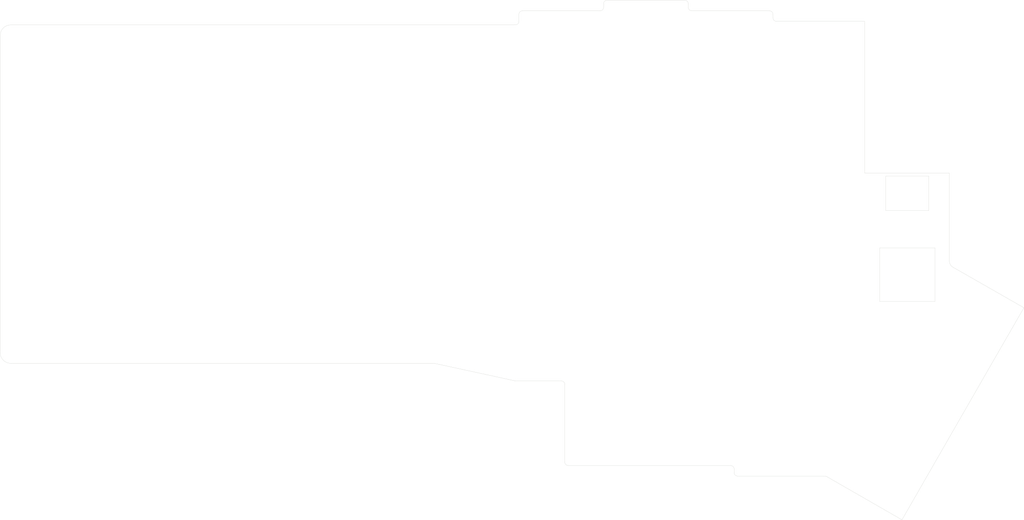
<source format=kicad_pcb>
(kicad_pcb (version 20171130) (host pcbnew "(5.1.9-0-10_14)")

  (general
    (thickness 1.6)
    (drawings 48)
    (tracks 0)
    (zones 0)
    (modules 51)
    (nets 1)
  )

  (page A4)
  (layers
    (0 F.Cu signal)
    (31 B.Cu signal)
    (32 B.Adhes user)
    (33 F.Adhes user)
    (34 B.Paste user)
    (35 F.Paste user)
    (36 B.SilkS user)
    (37 F.SilkS user)
    (38 B.Mask user)
    (39 F.Mask user)
    (40 Dwgs.User user)
    (41 Cmts.User user)
    (42 Eco1.User user)
    (43 Eco2.User user)
    (44 Edge.Cuts user)
    (45 Margin user)
    (46 B.CrtYd user)
    (47 F.CrtYd user)
    (48 B.Fab user)
    (49 F.Fab user)
  )

  (setup
    (last_trace_width 0.25)
    (trace_clearance 0.2)
    (zone_clearance 0.508)
    (zone_45_only no)
    (trace_min 0.2)
    (via_size 0.8)
    (via_drill 0.4)
    (via_min_size 0.4)
    (via_min_drill 0.3)
    (uvia_size 0.3)
    (uvia_drill 0.1)
    (uvias_allowed no)
    (uvia_min_size 0.2)
    (uvia_min_drill 0.1)
    (edge_width 0.05)
    (segment_width 0.2)
    (pcb_text_width 0.3)
    (pcb_text_size 1.5 1.5)
    (mod_edge_width 0.12)
    (mod_text_size 1 1)
    (mod_text_width 0.15)
    (pad_size 1.524 1.524)
    (pad_drill 0.762)
    (pad_to_mask_clearance 0)
    (aux_axis_origin 0 0)
    (grid_origin 192.0875 21.43125)
    (visible_elements FFFFF77F)
    (pcbplotparams
      (layerselection 0x011fc_ffffffff)
      (usegerberextensions false)
      (usegerberattributes true)
      (usegerberadvancedattributes true)
      (creategerberjobfile true)
      (excludeedgelayer true)
      (linewidth 0.100000)
      (plotframeref false)
      (viasonmask false)
      (mode 1)
      (useauxorigin false)
      (hpglpennumber 1)
      (hpglpenspeed 20)
      (hpglpendiameter 15.000000)
      (psnegative false)
      (psa4output false)
      (plotreference true)
      (plotvalue true)
      (plotinvisibletext false)
      (padsonsilk false)
      (subtractmaskfromsilk false)
      (outputformat 1)
      (mirror false)
      (drillshape 0)
      (scaleselection 1)
      (outputdirectory "./gerbers"))
  )

  (net 0 "")

  (net_class Default "This is the default net class."
    (clearance 0.2)
    (trace_width 0.25)
    (via_dia 0.8)
    (via_drill 0.4)
    (uvia_dia 0.3)
    (uvia_drill 0.1)
  )

  (module MountingHole:MountingHole_2.2mm_M2 (layer F.Cu) (tedit 56D1B4CB) (tstamp 60797983)
    (at 227.0015 111.91875)
    (descr "Mounting Hole 2.2mm, no annular, M2")
    (tags "mounting hole 2.2mm no annular m2")
    (attr virtual)
    (fp_text reference REF** (at 0 -3.2) (layer F.SilkS) hide
      (effects (font (size 1 1) (thickness 0.15)))
    )
    (fp_text value MountingHole_2.2mm_M2 (at 0 3.2) (layer F.Fab) hide
      (effects (font (size 1 1) (thickness 0.15)))
    )
    (fp_circle (center 0 0) (end 2.45 0) (layer F.CrtYd) (width 0.05))
    (fp_circle (center 0 0) (end 2.2 0) (layer Cmts.User) (width 0.15))
    (fp_text user %R (at 0.3 0) (layer F.Fab) hide
      (effects (font (size 1 1) (thickness 0.15)))
    )
    (pad 1 np_thru_hole circle (at 0 0) (size 2.2 2.2) (drill 2.2) (layers *.Cu *.Mask))
  )

  (module MountingHole:MountingHole_2.2mm_M2 (layer F.Cu) (tedit 56D1B4CB) (tstamp 607978E2)
    (at 56.399 46.0375)
    (descr "Mounting Hole 2.2mm, no annular, M2")
    (tags "mounting hole 2.2mm no annular m2")
    (attr virtual)
    (fp_text reference REF** (at 0 -3.2) (layer F.SilkS) hide
      (effects (font (size 1 1) (thickness 0.15)))
    )
    (fp_text value MountingHole_2.2mm_M2 (at 0 3.2) (layer F.Fab) hide
      (effects (font (size 1 1) (thickness 0.15)))
    )
    (fp_text user %R (at 0.3 0) (layer F.Fab) hide
      (effects (font (size 1 1) (thickness 0.15)))
    )
    (fp_circle (center 0 0) (end 2.2 0) (layer Cmts.User) (width 0.15))
    (fp_circle (center 0 0) (end 2.45 0) (layer F.CrtYd) (width 0.05))
    (pad 1 np_thru_hole circle (at 0 0) (size 2.2 2.2) (drill 2.2) (layers *.Cu *.Mask))
  )

  (module MountingHole:MountingHole_2.2mm_M2 (layer F.Cu) (tedit 56D1B4CB) (tstamp 607978A9)
    (at 56.399 84.1375)
    (descr "Mounting Hole 2.2mm, no annular, M2")
    (tags "mounting hole 2.2mm no annular m2")
    (attr virtual)
    (fp_text reference REF** (at 0 -3.2) (layer F.SilkS) hide
      (effects (font (size 1 1) (thickness 0.15)))
    )
    (fp_text value MountingHole_2.2mm_M2 (at 0 3.2) (layer F.Fab) hide
      (effects (font (size 1 1) (thickness 0.15)))
    )
    (fp_text user %R (at 0.3 0) (layer F.Fab) hide
      (effects (font (size 1 1) (thickness 0.15)))
    )
    (fp_circle (center 0 0) (end 2.2 0) (layer Cmts.User) (width 0.15))
    (fp_circle (center 0 0) (end 2.45 0) (layer F.CrtYd) (width 0.05))
    (pad 1 np_thru_hole circle (at 0 0) (size 2.2 2.2) (drill 2.2) (layers *.Cu *.Mask))
  )

  (module MountingHole:MountingHole_2.2mm_M2 (layer F.Cu) (tedit 56D1B4CB) (tstamp 60797870)
    (at 134.9555 84.1375)
    (descr "Mounting Hole 2.2mm, no annular, M2")
    (tags "mounting hole 2.2mm no annular m2")
    (attr virtual)
    (fp_text reference REF** (at 0 -3.2) (layer F.SilkS) hide
      (effects (font (size 1 1) (thickness 0.15)))
    )
    (fp_text value MountingHole_2.2mm_M2 (at 0 3.2) (layer F.Fab) hide
      (effects (font (size 1 1) (thickness 0.15)))
    )
    (fp_text user %R (at 0.3 0) (layer F.Fab) hide
      (effects (font (size 1 1) (thickness 0.15)))
    )
    (fp_circle (center 0 0) (end 2.2 0) (layer Cmts.User) (width 0.15))
    (fp_circle (center 0 0) (end 2.45 0) (layer F.CrtYd) (width 0.05))
    (pad 1 np_thru_hole circle (at 0 0) (size 2.2 2.2) (drill 2.2) (layers *.Cu *.Mask))
  )

  (module MountingHole:MountingHole_2.2mm_M2 (layer F.Cu) (tedit 56D1B4CB) (tstamp 60797837)
    (at 134.9555 46.0375)
    (descr "Mounting Hole 2.2mm, no annular, M2")
    (tags "mounting hole 2.2mm no annular m2")
    (attr virtual)
    (fp_text reference REF** (at 0 -3.2) (layer F.SilkS) hide
      (effects (font (size 1 1) (thickness 0.15)))
    )
    (fp_text value MountingHole_2.2mm_M2 (at 0 3.2) (layer F.Fab) hide
      (effects (font (size 1 1) (thickness 0.15)))
    )
    (fp_text user %R (at 0.3 0) (layer F.Fab) hide
      (effects (font (size 1 1) (thickness 0.15)))
    )
    (fp_circle (center 0 0) (end 2.2 0) (layer Cmts.User) (width 0.15))
    (fp_circle (center 0 0) (end 2.45 0) (layer F.CrtYd) (width 0.05))
    (pad 1 np_thru_hole circle (at 0 0) (size 2.2 2.2) (drill 2.2) (layers *.Cu *.Mask))
  )

  (module MountingHole:MountingHole_2.2mm_M2 (layer F.Cu) (tedit 56D1B4CB) (tstamp 607976E2)
    (at 211.1315 83.34375)
    (descr "Mounting Hole 2.2mm, no annular, M2")
    (tags "mounting hole 2.2mm no annular m2")
    (attr virtual)
    (fp_text reference REF** (at 0 -3.2) (layer F.SilkS) hide
      (effects (font (size 1 1) (thickness 0.15)))
    )
    (fp_text value MountingHole_2.2mm_M2 (at 0 3.2) (layer F.Fab) hide
      (effects (font (size 1 1) (thickness 0.15)))
    )
    (fp_text user %R (at 0.3 0) (layer F.Fab) hide
      (effects (font (size 1 1) (thickness 0.15)))
    )
    (fp_circle (center 0 0) (end 2.2 0) (layer Cmts.User) (width 0.15))
    (fp_circle (center 0 0) (end 2.45 0) (layer F.CrtYd) (width 0.05))
    (pad 1 np_thru_hole circle (at 0 0) (size 2.2 2.2) (drill 2.2) (layers *.Cu *.Mask))
  )

  (module MountingHole:MountingHole_2.2mm_M2 (layer F.Cu) (tedit 56D1B4CB) (tstamp 60797687)
    (at 211.1315 45.24375)
    (descr "Mounting Hole 2.2mm, no annular, M2")
    (tags "mounting hole 2.2mm no annular m2")
    (attr virtual)
    (fp_text reference REF** (at 0 -3.2) (layer F.SilkS) hide
      (effects (font (size 1 1) (thickness 0.15)))
    )
    (fp_text value MountingHole_2.2mm_M2 (at 0 3.2) (layer F.Fab) hide
      (effects (font (size 1 1) (thickness 0.15)))
    )
    (fp_text user %R (at 0.3 0) (layer F.Fab) hide
      (effects (font (size 1 1) (thickness 0.15)))
    )
    (fp_circle (center 0 0) (end 2.2 0) (layer Cmts.User) (width 0.15))
    (fp_circle (center 0 0) (end 2.45 0) (layer F.CrtYd) (width 0.05))
    (pad 1 np_thru_hole circle (at 0 0) (size 2.2 2.2) (drill 2.2) (layers *.Cu *.Mask))
  )

  (module footprints:MX-Alps_Switch_Cutout-1u_2u (layer F.Cu) (tedit 5971FF12) (tstamp 6072E24C)
    (at 241.3 116.68125 60)
    (path /6072AAD1)
    (fp_text reference MX41 (at 0 3.175 60) (layer Dwgs.User)
      (effects (font (size 1 1) (thickness 0.15)))
    )
    (fp_text value MX-NoLED (at 0 -7.9375 60) (layer Dwgs.User)
      (effects (font (size 1 1) (thickness 0.15)))
    )
    (fp_line (start -19.025 -9.5) (end -0.025 -9.5) (layer Dwgs.User) (width 0.15))
    (fp_line (start -19.025 9.5) (end -19.025 -9.5) (layer Dwgs.User) (width 0.15))
    (fp_line (start -0.025 9.5) (end -19.025 9.5) (layer Dwgs.User) (width 0.15))
    (fp_line (start -0.025 -9.5) (end -0.025 9.5) (layer Dwgs.User) (width 0.15))
    (fp_line (start 19.025 9.5) (end 0.025 9.5) (layer Dwgs.User) (width 0.15))
    (fp_line (start 0.025 -9.5) (end 19.025 -9.5) (layer Dwgs.User) (width 0.15))
    (fp_line (start 0.025 9.5) (end 0.025 -9.5) (layer Dwgs.User) (width 0.15))
    (fp_line (start 19.025 -9.5) (end 19.025 9.5) (layer Dwgs.User) (width 0.15))
    (pad "" np_thru_hole oval (at -10.5664 7.4652 60) (size 0.3048 1.2192) (drill oval 0.3048 1.2192) (layers *.Cu *.Mask))
    (pad "" np_thru_hole oval (at -13.3096 7.4652 60) (size 0.3048 1.2192) (drill oval 0.3048 1.2192) (layers *.Cu *.Mask))
    (pad "" np_thru_hole oval (at 10.5664 7.4652 60) (size 0.3048 1.2192) (drill oval 0.3048 1.2192) (layers *.Cu *.Mask))
    (pad "" np_thru_hole oval (at -16.375 6.625 60) (size 0.3 1.05) (drill oval 0.3 1.05) (layers *.Cu *.Mask))
    (pad "" np_thru_hole oval (at 11.938 7.9224 60) (size 3.048 0.3048) (drill oval 3.048 0.3048) (layers *.Cu *.Mask))
    (pad "" np_thru_hole oval (at -11.938 7.9224 60) (size 3.048 0.3048) (drill oval 3.048 0.3048) (layers *.Cu *.Mask))
    (pad "" np_thru_hole oval (at 0 -7 60) (size 33.05 0.3) (drill oval 33.05 0.3) (layers *.Cu *.Mask))
    (pad "" np_thru_hole oval (at 16.85 -6.25 60) (size 1.25 0.3) (drill oval 1.25 0.3) (layers *.Cu *.Mask))
    (pad "" np_thru_hole oval (at 16.85 6.25 60) (size 1.25 0.3) (drill oval 1.25 0.3) (layers *.Cu *.Mask))
    (pad "" np_thru_hole oval (at 16.375 6.625 60) (size 0.3 1.05) (drill oval 0.3 1.05) (layers *.Cu *.Mask))
    (pad "" np_thru_hole oval (at 16.375 -6.625 60) (size 0.3 1.05) (drill oval 0.3 1.05) (layers *.Cu *.Mask))
    (pad "" np_thru_hole oval (at 17.325 0 60) (size 0.3 12.8) (drill oval 0.3 12.8) (layers *.Cu *.Mask))
    (pad "" np_thru_hole oval (at 0 7 60) (size 33.05 0.3) (drill oval 33.05 0.3) (layers *.Cu *.Mask))
    (pad "" np_thru_hole oval (at -17.325 0 60) (size 0.3 12.8) (drill oval 0.3 12.8) (layers *.Cu *.Mask))
    (pad "" np_thru_hole oval (at 13.3096 7.4652 60) (size 0.3048 1.2192) (drill oval 0.3048 1.2192) (layers *.Cu *.Mask))
    (pad "" np_thru_hole oval (at -16.85 6.25 60) (size 1.25 0.3) (drill oval 1.25 0.3) (layers *.Cu *.Mask))
    (pad "" np_thru_hole oval (at -16.85 -6.25 60) (size 1.25 0.3) (drill oval 1.25 0.3) (layers *.Cu *.Mask))
    (pad "" np_thru_hole oval (at -16.375 -6.625 60) (size 0.3 1.05) (drill oval 0.3 1.05) (layers *.Cu *.Mask))
  )

  (module footprints:MX-Alps_Switch_Cutout (layer F.Cu) (tedit 5971FE21) (tstamp 6072E139)
    (at 46.83125 74.6125)
    (path /60764DA1)
    (fp_text reference MX30 (at 0 3.175) (layer Dwgs.User)
      (effects (font (size 1 1) (thickness 0.15)))
    )
    (fp_text value MX-NoLED (at 0 -7.9375) (layer Dwgs.User)
      (effects (font (size 1 1) (thickness 0.15)))
    )
    (fp_line (start -9.5 -9.5) (end 9.5 -9.5) (layer Dwgs.User) (width 0.15))
    (fp_line (start -9.5 9.5) (end -9.5 -9.5) (layer Dwgs.User) (width 0.15))
    (fp_line (start 9.5 9.5) (end -9.5 9.5) (layer Dwgs.User) (width 0.15))
    (fp_line (start 9.5 -9.5) (end 9.5 9.5) (layer Dwgs.User) (width 0.15))
    (pad "" np_thru_hole oval (at 0 -7) (size 14 0.3) (drill oval 14 0.3) (layers *.Cu *.Mask))
    (pad "" np_thru_hole oval (at 0 7) (size 14 0.3) (drill oval 14 0.3) (layers *.Cu *.Mask))
    (pad "" np_thru_hole oval (at -7.8 0) (size 0.3 12.8) (drill oval 0.3 12.8) (layers *.Cu *.Mask))
    (pad "" np_thru_hole oval (at 7.8 0) (size 0.3 12.8) (drill oval 0.3 12.8) (layers *.Cu *.Mask))
    (pad "" np_thru_hole oval (at -6.85 6.625) (size 0.3 1.05) (drill oval 0.3 1.05) (layers *.Cu *.Mask))
    (pad "" np_thru_hole oval (at -7.325 6.25) (size 1.25 0.3) (drill oval 1.25 0.3) (layers *.Cu *.Mask))
    (pad "" np_thru_hole oval (at -7.325 -6.25) (size 1.25 0.3) (drill oval 1.25 0.3) (layers *.Cu *.Mask))
    (pad "" np_thru_hole oval (at -6.85 -6.625) (size 0.3 1.05) (drill oval 0.3 1.05) (layers *.Cu *.Mask))
    (pad "" np_thru_hole oval (at 6.85 -6.625) (size 0.3 1.05) (drill oval 0.3 1.05) (layers *.Cu *.Mask))
    (pad "" np_thru_hole oval (at 7.325 -6.25) (size 1.25 0.3) (drill oval 1.25 0.3) (layers *.Cu *.Mask))
    (pad "" np_thru_hole oval (at 7.325 6.25) (size 1.25 0.3) (drill oval 1.25 0.3) (layers *.Cu *.Mask))
    (pad "" np_thru_hole oval (at 6.85 6.625) (size 0.3 1.05) (drill oval 0.3 1.05) (layers *.Cu *.Mask))
  )

  (module footprints:MX-Alps_Switch_Cutout (layer F.Cu) (tedit 5971FE21) (tstamp 6072E297)
    (at 173.83125 116.68125)
    (path /6072C094)
    (fp_text reference MX44 (at 0 3.175) (layer Dwgs.User)
      (effects (font (size 1 1) (thickness 0.15)))
    )
    (fp_text value MX-NoLED (at 0 -7.9375) (layer Dwgs.User)
      (effects (font (size 1 1) (thickness 0.15)))
    )
    (fp_line (start -9.5 -9.5) (end 9.5 -9.5) (layer Dwgs.User) (width 0.15))
    (fp_line (start -9.5 9.5) (end -9.5 -9.5) (layer Dwgs.User) (width 0.15))
    (fp_line (start 9.5 9.5) (end -9.5 9.5) (layer Dwgs.User) (width 0.15))
    (fp_line (start 9.5 -9.5) (end 9.5 9.5) (layer Dwgs.User) (width 0.15))
    (pad "" np_thru_hole oval (at 0 -7) (size 14 0.3) (drill oval 14 0.3) (layers *.Cu *.Mask))
    (pad "" np_thru_hole oval (at 0 7) (size 14 0.3) (drill oval 14 0.3) (layers *.Cu *.Mask))
    (pad "" np_thru_hole oval (at -7.8 0) (size 0.3 12.8) (drill oval 0.3 12.8) (layers *.Cu *.Mask))
    (pad "" np_thru_hole oval (at 7.8 0) (size 0.3 12.8) (drill oval 0.3 12.8) (layers *.Cu *.Mask))
    (pad "" np_thru_hole oval (at -6.85 6.625) (size 0.3 1.05) (drill oval 0.3 1.05) (layers *.Cu *.Mask))
    (pad "" np_thru_hole oval (at -7.325 6.25) (size 1.25 0.3) (drill oval 1.25 0.3) (layers *.Cu *.Mask))
    (pad "" np_thru_hole oval (at -7.325 -6.25) (size 1.25 0.3) (drill oval 1.25 0.3) (layers *.Cu *.Mask))
    (pad "" np_thru_hole oval (at -6.85 -6.625) (size 0.3 1.05) (drill oval 0.3 1.05) (layers *.Cu *.Mask))
    (pad "" np_thru_hole oval (at 6.85 -6.625) (size 0.3 1.05) (drill oval 0.3 1.05) (layers *.Cu *.Mask))
    (pad "" np_thru_hole oval (at 7.325 -6.25) (size 1.25 0.3) (drill oval 1.25 0.3) (layers *.Cu *.Mask))
    (pad "" np_thru_hole oval (at 7.325 6.25) (size 1.25 0.3) (drill oval 1.25 0.3) (layers *.Cu *.Mask))
    (pad "" np_thru_hole oval (at 6.85 6.625) (size 0.3 1.05) (drill oval 0.3 1.05) (layers *.Cu *.Mask))
  )

  (module footprints:MX-Alps_Switch_Cutout (layer F.Cu) (tedit 5971FE21) (tstamp 6072E27E)
    (at 192.88125 116.68125)
    (path /6072BC7D)
    (fp_text reference MX43 (at 0 3.175) (layer Dwgs.User)
      (effects (font (size 1 1) (thickness 0.15)))
    )
    (fp_text value MX-NoLED (at 0 -7.9375) (layer Dwgs.User)
      (effects (font (size 1 1) (thickness 0.15)))
    )
    (fp_line (start -9.5 -9.5) (end 9.5 -9.5) (layer Dwgs.User) (width 0.15))
    (fp_line (start -9.5 9.5) (end -9.5 -9.5) (layer Dwgs.User) (width 0.15))
    (fp_line (start 9.5 9.5) (end -9.5 9.5) (layer Dwgs.User) (width 0.15))
    (fp_line (start 9.5 -9.5) (end 9.5 9.5) (layer Dwgs.User) (width 0.15))
    (pad "" np_thru_hole oval (at 0 -7) (size 14 0.3) (drill oval 14 0.3) (layers *.Cu *.Mask))
    (pad "" np_thru_hole oval (at 0 7) (size 14 0.3) (drill oval 14 0.3) (layers *.Cu *.Mask))
    (pad "" np_thru_hole oval (at -7.8 0) (size 0.3 12.8) (drill oval 0.3 12.8) (layers *.Cu *.Mask))
    (pad "" np_thru_hole oval (at 7.8 0) (size 0.3 12.8) (drill oval 0.3 12.8) (layers *.Cu *.Mask))
    (pad "" np_thru_hole oval (at -6.85 6.625) (size 0.3 1.05) (drill oval 0.3 1.05) (layers *.Cu *.Mask))
    (pad "" np_thru_hole oval (at -7.325 6.25) (size 1.25 0.3) (drill oval 1.25 0.3) (layers *.Cu *.Mask))
    (pad "" np_thru_hole oval (at -7.325 -6.25) (size 1.25 0.3) (drill oval 1.25 0.3) (layers *.Cu *.Mask))
    (pad "" np_thru_hole oval (at -6.85 -6.625) (size 0.3 1.05) (drill oval 0.3 1.05) (layers *.Cu *.Mask))
    (pad "" np_thru_hole oval (at 6.85 -6.625) (size 0.3 1.05) (drill oval 0.3 1.05) (layers *.Cu *.Mask))
    (pad "" np_thru_hole oval (at 7.325 -6.25) (size 1.25 0.3) (drill oval 1.25 0.3) (layers *.Cu *.Mask))
    (pad "" np_thru_hole oval (at 7.325 6.25) (size 1.25 0.3) (drill oval 1.25 0.3) (layers *.Cu *.Mask))
    (pad "" np_thru_hole oval (at 6.85 6.625) (size 0.3 1.05) (drill oval 0.3 1.05) (layers *.Cu *.Mask))
  )

  (module footprints:MX-Alps_Switch_Cutout (layer F.Cu) (tedit 5971FE21) (tstamp 6072E265)
    (at 211.93125 119.0625)
    (path /6072B58C)
    (fp_text reference MX42 (at 0 3.175) (layer Dwgs.User)
      (effects (font (size 1 1) (thickness 0.15)))
    )
    (fp_text value MX-NoLED (at 0 -7.9375) (layer Dwgs.User)
      (effects (font (size 1 1) (thickness 0.15)))
    )
    (fp_line (start -9.5 -9.5) (end 9.5 -9.5) (layer Dwgs.User) (width 0.15))
    (fp_line (start -9.5 9.5) (end -9.5 -9.5) (layer Dwgs.User) (width 0.15))
    (fp_line (start 9.5 9.5) (end -9.5 9.5) (layer Dwgs.User) (width 0.15))
    (fp_line (start 9.5 -9.5) (end 9.5 9.5) (layer Dwgs.User) (width 0.15))
    (pad "" np_thru_hole oval (at 0 -7) (size 14 0.3) (drill oval 14 0.3) (layers *.Cu *.Mask))
    (pad "" np_thru_hole oval (at 0 7) (size 14 0.3) (drill oval 14 0.3) (layers *.Cu *.Mask))
    (pad "" np_thru_hole oval (at -7.8 0) (size 0.3 12.8) (drill oval 0.3 12.8) (layers *.Cu *.Mask))
    (pad "" np_thru_hole oval (at 7.8 0) (size 0.3 12.8) (drill oval 0.3 12.8) (layers *.Cu *.Mask))
    (pad "" np_thru_hole oval (at -6.85 6.625) (size 0.3 1.05) (drill oval 0.3 1.05) (layers *.Cu *.Mask))
    (pad "" np_thru_hole oval (at -7.325 6.25) (size 1.25 0.3) (drill oval 1.25 0.3) (layers *.Cu *.Mask))
    (pad "" np_thru_hole oval (at -7.325 -6.25) (size 1.25 0.3) (drill oval 1.25 0.3) (layers *.Cu *.Mask))
    (pad "" np_thru_hole oval (at -6.85 -6.625) (size 0.3 1.05) (drill oval 0.3 1.05) (layers *.Cu *.Mask))
    (pad "" np_thru_hole oval (at 6.85 -6.625) (size 0.3 1.05) (drill oval 0.3 1.05) (layers *.Cu *.Mask))
    (pad "" np_thru_hole oval (at 7.325 -6.25) (size 1.25 0.3) (drill oval 1.25 0.3) (layers *.Cu *.Mask))
    (pad "" np_thru_hole oval (at 7.325 6.25) (size 1.25 0.3) (drill oval 1.25 0.3) (layers *.Cu *.Mask))
    (pad "" np_thru_hole oval (at 6.85 6.625) (size 0.3 1.05) (drill oval 0.3 1.05) (layers *.Cu *.Mask))
  )

  (module footprints:MX-Alps_Switch_Cutout (layer F.Cu) (tedit 5971FE21) (tstamp 6072E233)
    (at 46.83125 93.6625)
    (path /607253A3)
    (fp_text reference MX40 (at 0 3.175) (layer Dwgs.User)
      (effects (font (size 1 1) (thickness 0.15)))
    )
    (fp_text value MX-NoLED (at 0 -7.9375) (layer Dwgs.User)
      (effects (font (size 1 1) (thickness 0.15)))
    )
    (fp_line (start -9.5 -9.5) (end 9.5 -9.5) (layer Dwgs.User) (width 0.15))
    (fp_line (start -9.5 9.5) (end -9.5 -9.5) (layer Dwgs.User) (width 0.15))
    (fp_line (start 9.5 9.5) (end -9.5 9.5) (layer Dwgs.User) (width 0.15))
    (fp_line (start 9.5 -9.5) (end 9.5 9.5) (layer Dwgs.User) (width 0.15))
    (pad "" np_thru_hole oval (at 0 -7) (size 14 0.3) (drill oval 14 0.3) (layers *.Cu *.Mask))
    (pad "" np_thru_hole oval (at 0 7) (size 14 0.3) (drill oval 14 0.3) (layers *.Cu *.Mask))
    (pad "" np_thru_hole oval (at -7.8 0) (size 0.3 12.8) (drill oval 0.3 12.8) (layers *.Cu *.Mask))
    (pad "" np_thru_hole oval (at 7.8 0) (size 0.3 12.8) (drill oval 0.3 12.8) (layers *.Cu *.Mask))
    (pad "" np_thru_hole oval (at -6.85 6.625) (size 0.3 1.05) (drill oval 0.3 1.05) (layers *.Cu *.Mask))
    (pad "" np_thru_hole oval (at -7.325 6.25) (size 1.25 0.3) (drill oval 1.25 0.3) (layers *.Cu *.Mask))
    (pad "" np_thru_hole oval (at -7.325 -6.25) (size 1.25 0.3) (drill oval 1.25 0.3) (layers *.Cu *.Mask))
    (pad "" np_thru_hole oval (at -6.85 -6.625) (size 0.3 1.05) (drill oval 0.3 1.05) (layers *.Cu *.Mask))
    (pad "" np_thru_hole oval (at 6.85 -6.625) (size 0.3 1.05) (drill oval 0.3 1.05) (layers *.Cu *.Mask))
    (pad "" np_thru_hole oval (at 7.325 -6.25) (size 1.25 0.3) (drill oval 1.25 0.3) (layers *.Cu *.Mask))
    (pad "" np_thru_hole oval (at 7.325 6.25) (size 1.25 0.3) (drill oval 1.25 0.3) (layers *.Cu *.Mask))
    (pad "" np_thru_hole oval (at 6.85 6.625) (size 0.3 1.05) (drill oval 0.3 1.05) (layers *.Cu *.Mask))
  )

  (module footprints:MX-Alps_Switch_Cutout (layer F.Cu) (tedit 5971FE21) (tstamp 6072E21A)
    (at 65.88125 93.6625)
    (path /607249F6)
    (fp_text reference MX39 (at 0 3.175) (layer Dwgs.User)
      (effects (font (size 1 1) (thickness 0.15)))
    )
    (fp_text value MX-NoLED (at 0 -7.9375) (layer Dwgs.User)
      (effects (font (size 1 1) (thickness 0.15)))
    )
    (fp_line (start -9.5 -9.5) (end 9.5 -9.5) (layer Dwgs.User) (width 0.15))
    (fp_line (start -9.5 9.5) (end -9.5 -9.5) (layer Dwgs.User) (width 0.15))
    (fp_line (start 9.5 9.5) (end -9.5 9.5) (layer Dwgs.User) (width 0.15))
    (fp_line (start 9.5 -9.5) (end 9.5 9.5) (layer Dwgs.User) (width 0.15))
    (pad "" np_thru_hole oval (at 0 -7) (size 14 0.3) (drill oval 14 0.3) (layers *.Cu *.Mask))
    (pad "" np_thru_hole oval (at 0 7) (size 14 0.3) (drill oval 14 0.3) (layers *.Cu *.Mask))
    (pad "" np_thru_hole oval (at -7.8 0) (size 0.3 12.8) (drill oval 0.3 12.8) (layers *.Cu *.Mask))
    (pad "" np_thru_hole oval (at 7.8 0) (size 0.3 12.8) (drill oval 0.3 12.8) (layers *.Cu *.Mask))
    (pad "" np_thru_hole oval (at -6.85 6.625) (size 0.3 1.05) (drill oval 0.3 1.05) (layers *.Cu *.Mask))
    (pad "" np_thru_hole oval (at -7.325 6.25) (size 1.25 0.3) (drill oval 1.25 0.3) (layers *.Cu *.Mask))
    (pad "" np_thru_hole oval (at -7.325 -6.25) (size 1.25 0.3) (drill oval 1.25 0.3) (layers *.Cu *.Mask))
    (pad "" np_thru_hole oval (at -6.85 -6.625) (size 0.3 1.05) (drill oval 0.3 1.05) (layers *.Cu *.Mask))
    (pad "" np_thru_hole oval (at 6.85 -6.625) (size 0.3 1.05) (drill oval 0.3 1.05) (layers *.Cu *.Mask))
    (pad "" np_thru_hole oval (at 7.325 -6.25) (size 1.25 0.3) (drill oval 1.25 0.3) (layers *.Cu *.Mask))
    (pad "" np_thru_hole oval (at 7.325 6.25) (size 1.25 0.3) (drill oval 1.25 0.3) (layers *.Cu *.Mask))
    (pad "" np_thru_hole oval (at 6.85 6.625) (size 0.3 1.05) (drill oval 0.3 1.05) (layers *.Cu *.Mask))
  )

  (module footprints:MX-Alps_Switch_Cutout (layer F.Cu) (tedit 5971FE21) (tstamp 6072E201)
    (at 84.93125 93.6625)
    (path /60724260)
    (fp_text reference MX38 (at 0 3.175) (layer Dwgs.User)
      (effects (font (size 1 1) (thickness 0.15)))
    )
    (fp_text value MX-NoLED (at 0 -7.9375) (layer Dwgs.User)
      (effects (font (size 1 1) (thickness 0.15)))
    )
    (fp_line (start -9.5 -9.5) (end 9.5 -9.5) (layer Dwgs.User) (width 0.15))
    (fp_line (start -9.5 9.5) (end -9.5 -9.5) (layer Dwgs.User) (width 0.15))
    (fp_line (start 9.5 9.5) (end -9.5 9.5) (layer Dwgs.User) (width 0.15))
    (fp_line (start 9.5 -9.5) (end 9.5 9.5) (layer Dwgs.User) (width 0.15))
    (pad "" np_thru_hole oval (at 0 -7) (size 14 0.3) (drill oval 14 0.3) (layers *.Cu *.Mask))
    (pad "" np_thru_hole oval (at 0 7) (size 14 0.3) (drill oval 14 0.3) (layers *.Cu *.Mask))
    (pad "" np_thru_hole oval (at -7.8 0) (size 0.3 12.8) (drill oval 0.3 12.8) (layers *.Cu *.Mask))
    (pad "" np_thru_hole oval (at 7.8 0) (size 0.3 12.8) (drill oval 0.3 12.8) (layers *.Cu *.Mask))
    (pad "" np_thru_hole oval (at -6.85 6.625) (size 0.3 1.05) (drill oval 0.3 1.05) (layers *.Cu *.Mask))
    (pad "" np_thru_hole oval (at -7.325 6.25) (size 1.25 0.3) (drill oval 1.25 0.3) (layers *.Cu *.Mask))
    (pad "" np_thru_hole oval (at -7.325 -6.25) (size 1.25 0.3) (drill oval 1.25 0.3) (layers *.Cu *.Mask))
    (pad "" np_thru_hole oval (at -6.85 -6.625) (size 0.3 1.05) (drill oval 0.3 1.05) (layers *.Cu *.Mask))
    (pad "" np_thru_hole oval (at 6.85 -6.625) (size 0.3 1.05) (drill oval 0.3 1.05) (layers *.Cu *.Mask))
    (pad "" np_thru_hole oval (at 7.325 -6.25) (size 1.25 0.3) (drill oval 1.25 0.3) (layers *.Cu *.Mask))
    (pad "" np_thru_hole oval (at 7.325 6.25) (size 1.25 0.3) (drill oval 1.25 0.3) (layers *.Cu *.Mask))
    (pad "" np_thru_hole oval (at 6.85 6.625) (size 0.3 1.05) (drill oval 0.3 1.05) (layers *.Cu *.Mask))
  )

  (module footprints:MX-Alps_Switch_Cutout (layer F.Cu) (tedit 5971FE21) (tstamp 6072E1E8)
    (at 103.98125 93.6625)
    (path /60723A4D)
    (fp_text reference MX37 (at 0 3.175) (layer Dwgs.User)
      (effects (font (size 1 1) (thickness 0.15)))
    )
    (fp_text value MX-NoLED (at 0 -7.9375) (layer Dwgs.User)
      (effects (font (size 1 1) (thickness 0.15)))
    )
    (fp_line (start -9.5 -9.5) (end 9.5 -9.5) (layer Dwgs.User) (width 0.15))
    (fp_line (start -9.5 9.5) (end -9.5 -9.5) (layer Dwgs.User) (width 0.15))
    (fp_line (start 9.5 9.5) (end -9.5 9.5) (layer Dwgs.User) (width 0.15))
    (fp_line (start 9.5 -9.5) (end 9.5 9.5) (layer Dwgs.User) (width 0.15))
    (pad "" np_thru_hole oval (at 0 -7) (size 14 0.3) (drill oval 14 0.3) (layers *.Cu *.Mask))
    (pad "" np_thru_hole oval (at 0 7) (size 14 0.3) (drill oval 14 0.3) (layers *.Cu *.Mask))
    (pad "" np_thru_hole oval (at -7.8 0) (size 0.3 12.8) (drill oval 0.3 12.8) (layers *.Cu *.Mask))
    (pad "" np_thru_hole oval (at 7.8 0) (size 0.3 12.8) (drill oval 0.3 12.8) (layers *.Cu *.Mask))
    (pad "" np_thru_hole oval (at -6.85 6.625) (size 0.3 1.05) (drill oval 0.3 1.05) (layers *.Cu *.Mask))
    (pad "" np_thru_hole oval (at -7.325 6.25) (size 1.25 0.3) (drill oval 1.25 0.3) (layers *.Cu *.Mask))
    (pad "" np_thru_hole oval (at -7.325 -6.25) (size 1.25 0.3) (drill oval 1.25 0.3) (layers *.Cu *.Mask))
    (pad "" np_thru_hole oval (at -6.85 -6.625) (size 0.3 1.05) (drill oval 0.3 1.05) (layers *.Cu *.Mask))
    (pad "" np_thru_hole oval (at 6.85 -6.625) (size 0.3 1.05) (drill oval 0.3 1.05) (layers *.Cu *.Mask))
    (pad "" np_thru_hole oval (at 7.325 -6.25) (size 1.25 0.3) (drill oval 1.25 0.3) (layers *.Cu *.Mask))
    (pad "" np_thru_hole oval (at 7.325 6.25) (size 1.25 0.3) (drill oval 1.25 0.3) (layers *.Cu *.Mask))
    (pad "" np_thru_hole oval (at 6.85 6.625) (size 0.3 1.05) (drill oval 0.3 1.05) (layers *.Cu *.Mask))
  )

  (module footprints:MX-Alps_Switch_Cutout (layer F.Cu) (tedit 5971FE21) (tstamp 6072E1CF)
    (at 125.4125 93.6625)
    (path /607231E0)
    (fp_text reference MX36 (at 0 3.175) (layer Dwgs.User)
      (effects (font (size 1 1) (thickness 0.15)))
    )
    (fp_text value MX-NoLED (at 0 -7.9375) (layer Dwgs.User)
      (effects (font (size 1 1) (thickness 0.15)))
    )
    (fp_line (start -9.5 -9.5) (end 9.5 -9.5) (layer Dwgs.User) (width 0.15))
    (fp_line (start -9.5 9.5) (end -9.5 -9.5) (layer Dwgs.User) (width 0.15))
    (fp_line (start 9.5 9.5) (end -9.5 9.5) (layer Dwgs.User) (width 0.15))
    (fp_line (start 9.5 -9.5) (end 9.5 9.5) (layer Dwgs.User) (width 0.15))
    (pad "" np_thru_hole oval (at 0 -7) (size 14 0.3) (drill oval 14 0.3) (layers *.Cu *.Mask))
    (pad "" np_thru_hole oval (at 0 7) (size 14 0.3) (drill oval 14 0.3) (layers *.Cu *.Mask))
    (pad "" np_thru_hole oval (at -7.8 0) (size 0.3 12.8) (drill oval 0.3 12.8) (layers *.Cu *.Mask))
    (pad "" np_thru_hole oval (at 7.8 0) (size 0.3 12.8) (drill oval 0.3 12.8) (layers *.Cu *.Mask))
    (pad "" np_thru_hole oval (at -6.85 6.625) (size 0.3 1.05) (drill oval 0.3 1.05) (layers *.Cu *.Mask))
    (pad "" np_thru_hole oval (at -7.325 6.25) (size 1.25 0.3) (drill oval 1.25 0.3) (layers *.Cu *.Mask))
    (pad "" np_thru_hole oval (at -7.325 -6.25) (size 1.25 0.3) (drill oval 1.25 0.3) (layers *.Cu *.Mask))
    (pad "" np_thru_hole oval (at -6.85 -6.625) (size 0.3 1.05) (drill oval 0.3 1.05) (layers *.Cu *.Mask))
    (pad "" np_thru_hole oval (at 6.85 -6.625) (size 0.3 1.05) (drill oval 0.3 1.05) (layers *.Cu *.Mask))
    (pad "" np_thru_hole oval (at 7.325 -6.25) (size 1.25 0.3) (drill oval 1.25 0.3) (layers *.Cu *.Mask))
    (pad "" np_thru_hole oval (at 7.325 6.25) (size 1.25 0.3) (drill oval 1.25 0.3) (layers *.Cu *.Mask))
    (pad "" np_thru_hole oval (at 6.85 6.625) (size 0.3 1.05) (drill oval 0.3 1.05) (layers *.Cu *.Mask))
  )

  (module footprints:MX-Alps_Switch_Cutout (layer F.Cu) (tedit 5971FE21) (tstamp 6072E1B6)
    (at 144.4625 93.6625)
    (path /607229FF)
    (fp_text reference MX35 (at 0 3.175) (layer Dwgs.User)
      (effects (font (size 1 1) (thickness 0.15)))
    )
    (fp_text value MX-NoLED (at 0 -7.9375) (layer Dwgs.User)
      (effects (font (size 1 1) (thickness 0.15)))
    )
    (fp_line (start -9.5 -9.5) (end 9.5 -9.5) (layer Dwgs.User) (width 0.15))
    (fp_line (start -9.5 9.5) (end -9.5 -9.5) (layer Dwgs.User) (width 0.15))
    (fp_line (start 9.5 9.5) (end -9.5 9.5) (layer Dwgs.User) (width 0.15))
    (fp_line (start 9.5 -9.5) (end 9.5 9.5) (layer Dwgs.User) (width 0.15))
    (pad "" np_thru_hole oval (at 0 -7) (size 14 0.3) (drill oval 14 0.3) (layers *.Cu *.Mask))
    (pad "" np_thru_hole oval (at 0 7) (size 14 0.3) (drill oval 14 0.3) (layers *.Cu *.Mask))
    (pad "" np_thru_hole oval (at -7.8 0) (size 0.3 12.8) (drill oval 0.3 12.8) (layers *.Cu *.Mask))
    (pad "" np_thru_hole oval (at 7.8 0) (size 0.3 12.8) (drill oval 0.3 12.8) (layers *.Cu *.Mask))
    (pad "" np_thru_hole oval (at -6.85 6.625) (size 0.3 1.05) (drill oval 0.3 1.05) (layers *.Cu *.Mask))
    (pad "" np_thru_hole oval (at -7.325 6.25) (size 1.25 0.3) (drill oval 1.25 0.3) (layers *.Cu *.Mask))
    (pad "" np_thru_hole oval (at -7.325 -6.25) (size 1.25 0.3) (drill oval 1.25 0.3) (layers *.Cu *.Mask))
    (pad "" np_thru_hole oval (at -6.85 -6.625) (size 0.3 1.05) (drill oval 0.3 1.05) (layers *.Cu *.Mask))
    (pad "" np_thru_hole oval (at 6.85 -6.625) (size 0.3 1.05) (drill oval 0.3 1.05) (layers *.Cu *.Mask))
    (pad "" np_thru_hole oval (at 7.325 -6.25) (size 1.25 0.3) (drill oval 1.25 0.3) (layers *.Cu *.Mask))
    (pad "" np_thru_hole oval (at 7.325 6.25) (size 1.25 0.3) (drill oval 1.25 0.3) (layers *.Cu *.Mask))
    (pad "" np_thru_hole oval (at 6.85 6.625) (size 0.3 1.05) (drill oval 0.3 1.05) (layers *.Cu *.Mask))
  )

  (module footprints:MX-Alps_Switch_Cutout (layer F.Cu) (tedit 5971FE21) (tstamp 6072E19D)
    (at 163.5125 90.4875)
    (path /60722561)
    (fp_text reference MX34 (at 0 3.175) (layer Dwgs.User)
      (effects (font (size 1 1) (thickness 0.15)))
    )
    (fp_text value MX-NoLED (at 0 -7.9375) (layer Dwgs.User)
      (effects (font (size 1 1) (thickness 0.15)))
    )
    (fp_line (start -9.5 -9.5) (end 9.5 -9.5) (layer Dwgs.User) (width 0.15))
    (fp_line (start -9.5 9.5) (end -9.5 -9.5) (layer Dwgs.User) (width 0.15))
    (fp_line (start 9.5 9.5) (end -9.5 9.5) (layer Dwgs.User) (width 0.15))
    (fp_line (start 9.5 -9.5) (end 9.5 9.5) (layer Dwgs.User) (width 0.15))
    (pad "" np_thru_hole oval (at 0 -7) (size 14 0.3) (drill oval 14 0.3) (layers *.Cu *.Mask))
    (pad "" np_thru_hole oval (at 0 7) (size 14 0.3) (drill oval 14 0.3) (layers *.Cu *.Mask))
    (pad "" np_thru_hole oval (at -7.8 0) (size 0.3 12.8) (drill oval 0.3 12.8) (layers *.Cu *.Mask))
    (pad "" np_thru_hole oval (at 7.8 0) (size 0.3 12.8) (drill oval 0.3 12.8) (layers *.Cu *.Mask))
    (pad "" np_thru_hole oval (at -6.85 6.625) (size 0.3 1.05) (drill oval 0.3 1.05) (layers *.Cu *.Mask))
    (pad "" np_thru_hole oval (at -7.325 6.25) (size 1.25 0.3) (drill oval 1.25 0.3) (layers *.Cu *.Mask))
    (pad "" np_thru_hole oval (at -7.325 -6.25) (size 1.25 0.3) (drill oval 1.25 0.3) (layers *.Cu *.Mask))
    (pad "" np_thru_hole oval (at -6.85 -6.625) (size 0.3 1.05) (drill oval 0.3 1.05) (layers *.Cu *.Mask))
    (pad "" np_thru_hole oval (at 6.85 -6.625) (size 0.3 1.05) (drill oval 0.3 1.05) (layers *.Cu *.Mask))
    (pad "" np_thru_hole oval (at 7.325 -6.25) (size 1.25 0.3) (drill oval 1.25 0.3) (layers *.Cu *.Mask))
    (pad "" np_thru_hole oval (at 7.325 6.25) (size 1.25 0.3) (drill oval 1.25 0.3) (layers *.Cu *.Mask))
    (pad "" np_thru_hole oval (at 6.85 6.625) (size 0.3 1.05) (drill oval 0.3 1.05) (layers *.Cu *.Mask))
  )

  (module footprints:MX-Alps_Switch_Cutout (layer F.Cu) (tedit 5971FE21) (tstamp 6072E184)
    (at 182.5625 88.10625)
    (path /607220D2)
    (fp_text reference MX33 (at 0 3.175) (layer Dwgs.User)
      (effects (font (size 1 1) (thickness 0.15)))
    )
    (fp_text value MX-NoLED (at 0 -7.9375) (layer Dwgs.User)
      (effects (font (size 1 1) (thickness 0.15)))
    )
    (fp_line (start -9.5 -9.5) (end 9.5 -9.5) (layer Dwgs.User) (width 0.15))
    (fp_line (start -9.5 9.5) (end -9.5 -9.5) (layer Dwgs.User) (width 0.15))
    (fp_line (start 9.5 9.5) (end -9.5 9.5) (layer Dwgs.User) (width 0.15))
    (fp_line (start 9.5 -9.5) (end 9.5 9.5) (layer Dwgs.User) (width 0.15))
    (pad "" np_thru_hole oval (at 0 -7) (size 14 0.3) (drill oval 14 0.3) (layers *.Cu *.Mask))
    (pad "" np_thru_hole oval (at 0 7) (size 14 0.3) (drill oval 14 0.3) (layers *.Cu *.Mask))
    (pad "" np_thru_hole oval (at -7.8 0) (size 0.3 12.8) (drill oval 0.3 12.8) (layers *.Cu *.Mask))
    (pad "" np_thru_hole oval (at 7.8 0) (size 0.3 12.8) (drill oval 0.3 12.8) (layers *.Cu *.Mask))
    (pad "" np_thru_hole oval (at -6.85 6.625) (size 0.3 1.05) (drill oval 0.3 1.05) (layers *.Cu *.Mask))
    (pad "" np_thru_hole oval (at -7.325 6.25) (size 1.25 0.3) (drill oval 1.25 0.3) (layers *.Cu *.Mask))
    (pad "" np_thru_hole oval (at -7.325 -6.25) (size 1.25 0.3) (drill oval 1.25 0.3) (layers *.Cu *.Mask))
    (pad "" np_thru_hole oval (at -6.85 -6.625) (size 0.3 1.05) (drill oval 0.3 1.05) (layers *.Cu *.Mask))
    (pad "" np_thru_hole oval (at 6.85 -6.625) (size 0.3 1.05) (drill oval 0.3 1.05) (layers *.Cu *.Mask))
    (pad "" np_thru_hole oval (at 7.325 -6.25) (size 1.25 0.3) (drill oval 1.25 0.3) (layers *.Cu *.Mask))
    (pad "" np_thru_hole oval (at 7.325 6.25) (size 1.25 0.3) (drill oval 1.25 0.3) (layers *.Cu *.Mask))
    (pad "" np_thru_hole oval (at 6.85 6.625) (size 0.3 1.05) (drill oval 0.3 1.05) (layers *.Cu *.Mask))
  )

  (module footprints:MX-Alps_Switch_Cutout (layer F.Cu) (tedit 5971FE21) (tstamp 6072E16B)
    (at 201.6125 90.4875)
    (path /607218EC)
    (fp_text reference MX32 (at 0 3.175) (layer Dwgs.User)
      (effects (font (size 1 1) (thickness 0.15)))
    )
    (fp_text value MX-NoLED (at 0 -7.9375) (layer Dwgs.User)
      (effects (font (size 1 1) (thickness 0.15)))
    )
    (fp_line (start -9.5 -9.5) (end 9.5 -9.5) (layer Dwgs.User) (width 0.15))
    (fp_line (start -9.5 9.5) (end -9.5 -9.5) (layer Dwgs.User) (width 0.15))
    (fp_line (start 9.5 9.5) (end -9.5 9.5) (layer Dwgs.User) (width 0.15))
    (fp_line (start 9.5 -9.5) (end 9.5 9.5) (layer Dwgs.User) (width 0.15))
    (pad "" np_thru_hole oval (at 0 -7) (size 14 0.3) (drill oval 14 0.3) (layers *.Cu *.Mask))
    (pad "" np_thru_hole oval (at 0 7) (size 14 0.3) (drill oval 14 0.3) (layers *.Cu *.Mask))
    (pad "" np_thru_hole oval (at -7.8 0) (size 0.3 12.8) (drill oval 0.3 12.8) (layers *.Cu *.Mask))
    (pad "" np_thru_hole oval (at 7.8 0) (size 0.3 12.8) (drill oval 0.3 12.8) (layers *.Cu *.Mask))
    (pad "" np_thru_hole oval (at -6.85 6.625) (size 0.3 1.05) (drill oval 0.3 1.05) (layers *.Cu *.Mask))
    (pad "" np_thru_hole oval (at -7.325 6.25) (size 1.25 0.3) (drill oval 1.25 0.3) (layers *.Cu *.Mask))
    (pad "" np_thru_hole oval (at -7.325 -6.25) (size 1.25 0.3) (drill oval 1.25 0.3) (layers *.Cu *.Mask))
    (pad "" np_thru_hole oval (at -6.85 -6.625) (size 0.3 1.05) (drill oval 0.3 1.05) (layers *.Cu *.Mask))
    (pad "" np_thru_hole oval (at 6.85 -6.625) (size 0.3 1.05) (drill oval 0.3 1.05) (layers *.Cu *.Mask))
    (pad "" np_thru_hole oval (at 7.325 -6.25) (size 1.25 0.3) (drill oval 1.25 0.3) (layers *.Cu *.Mask))
    (pad "" np_thru_hole oval (at 7.325 6.25) (size 1.25 0.3) (drill oval 1.25 0.3) (layers *.Cu *.Mask))
    (pad "" np_thru_hole oval (at 6.85 6.625) (size 0.3 1.05) (drill oval 0.3 1.05) (layers *.Cu *.Mask))
  )

  (module footprints:MX-Alps_Switch_Cutout (layer F.Cu) (tedit 5971FE21) (tstamp 6072E152)
    (at 220.6625 92.86875)
    (path /60720CBF)
    (fp_text reference MX31 (at 0 3.175) (layer Dwgs.User)
      (effects (font (size 1 1) (thickness 0.15)))
    )
    (fp_text value MX-NoLED (at 0 -7.9375) (layer Dwgs.User)
      (effects (font (size 1 1) (thickness 0.15)))
    )
    (fp_line (start -9.5 -9.5) (end 9.5 -9.5) (layer Dwgs.User) (width 0.15))
    (fp_line (start -9.5 9.5) (end -9.5 -9.5) (layer Dwgs.User) (width 0.15))
    (fp_line (start 9.5 9.5) (end -9.5 9.5) (layer Dwgs.User) (width 0.15))
    (fp_line (start 9.5 -9.5) (end 9.5 9.5) (layer Dwgs.User) (width 0.15))
    (pad "" np_thru_hole oval (at 0 -7) (size 14 0.3) (drill oval 14 0.3) (layers *.Cu *.Mask))
    (pad "" np_thru_hole oval (at 0 7) (size 14 0.3) (drill oval 14 0.3) (layers *.Cu *.Mask))
    (pad "" np_thru_hole oval (at -7.8 0) (size 0.3 12.8) (drill oval 0.3 12.8) (layers *.Cu *.Mask))
    (pad "" np_thru_hole oval (at 7.8 0) (size 0.3 12.8) (drill oval 0.3 12.8) (layers *.Cu *.Mask))
    (pad "" np_thru_hole oval (at -6.85 6.625) (size 0.3 1.05) (drill oval 0.3 1.05) (layers *.Cu *.Mask))
    (pad "" np_thru_hole oval (at -7.325 6.25) (size 1.25 0.3) (drill oval 1.25 0.3) (layers *.Cu *.Mask))
    (pad "" np_thru_hole oval (at -7.325 -6.25) (size 1.25 0.3) (drill oval 1.25 0.3) (layers *.Cu *.Mask))
    (pad "" np_thru_hole oval (at -6.85 -6.625) (size 0.3 1.05) (drill oval 0.3 1.05) (layers *.Cu *.Mask))
    (pad "" np_thru_hole oval (at 6.85 -6.625) (size 0.3 1.05) (drill oval 0.3 1.05) (layers *.Cu *.Mask))
    (pad "" np_thru_hole oval (at 7.325 -6.25) (size 1.25 0.3) (drill oval 1.25 0.3) (layers *.Cu *.Mask))
    (pad "" np_thru_hole oval (at 7.325 6.25) (size 1.25 0.3) (drill oval 1.25 0.3) (layers *.Cu *.Mask))
    (pad "" np_thru_hole oval (at 6.85 6.625) (size 0.3 1.05) (drill oval 0.3 1.05) (layers *.Cu *.Mask))
  )

  (module footprints:MX-Alps_Switch_Cutout (layer F.Cu) (tedit 5971FE21) (tstamp 6072E120)
    (at 65.88125 74.6125)
    (path /60764584)
    (fp_text reference MX29 (at 0 3.175) (layer Dwgs.User)
      (effects (font (size 1 1) (thickness 0.15)))
    )
    (fp_text value MX-NoLED (at 0 -7.9375) (layer Dwgs.User)
      (effects (font (size 1 1) (thickness 0.15)))
    )
    (fp_line (start -9.5 -9.5) (end 9.5 -9.5) (layer Dwgs.User) (width 0.15))
    (fp_line (start -9.5 9.5) (end -9.5 -9.5) (layer Dwgs.User) (width 0.15))
    (fp_line (start 9.5 9.5) (end -9.5 9.5) (layer Dwgs.User) (width 0.15))
    (fp_line (start 9.5 -9.5) (end 9.5 9.5) (layer Dwgs.User) (width 0.15))
    (pad "" np_thru_hole oval (at 0 -7) (size 14 0.3) (drill oval 14 0.3) (layers *.Cu *.Mask))
    (pad "" np_thru_hole oval (at 0 7) (size 14 0.3) (drill oval 14 0.3) (layers *.Cu *.Mask))
    (pad "" np_thru_hole oval (at -7.8 0) (size 0.3 12.8) (drill oval 0.3 12.8) (layers *.Cu *.Mask))
    (pad "" np_thru_hole oval (at 7.8 0) (size 0.3 12.8) (drill oval 0.3 12.8) (layers *.Cu *.Mask))
    (pad "" np_thru_hole oval (at -6.85 6.625) (size 0.3 1.05) (drill oval 0.3 1.05) (layers *.Cu *.Mask))
    (pad "" np_thru_hole oval (at -7.325 6.25) (size 1.25 0.3) (drill oval 1.25 0.3) (layers *.Cu *.Mask))
    (pad "" np_thru_hole oval (at -7.325 -6.25) (size 1.25 0.3) (drill oval 1.25 0.3) (layers *.Cu *.Mask))
    (pad "" np_thru_hole oval (at -6.85 -6.625) (size 0.3 1.05) (drill oval 0.3 1.05) (layers *.Cu *.Mask))
    (pad "" np_thru_hole oval (at 6.85 -6.625) (size 0.3 1.05) (drill oval 0.3 1.05) (layers *.Cu *.Mask))
    (pad "" np_thru_hole oval (at 7.325 -6.25) (size 1.25 0.3) (drill oval 1.25 0.3) (layers *.Cu *.Mask))
    (pad "" np_thru_hole oval (at 7.325 6.25) (size 1.25 0.3) (drill oval 1.25 0.3) (layers *.Cu *.Mask))
    (pad "" np_thru_hole oval (at 6.85 6.625) (size 0.3 1.05) (drill oval 0.3 1.05) (layers *.Cu *.Mask))
  )

  (module footprints:MX-Alps_Switch_Cutout (layer F.Cu) (tedit 5971FE21) (tstamp 6072E107)
    (at 84.93125 74.6125)
    (path /60763F5B)
    (fp_text reference MX28 (at 0 3.175) (layer Dwgs.User)
      (effects (font (size 1 1) (thickness 0.15)))
    )
    (fp_text value MX-NoLED (at 0 -7.9375) (layer Dwgs.User)
      (effects (font (size 1 1) (thickness 0.15)))
    )
    (fp_line (start -9.5 -9.5) (end 9.5 -9.5) (layer Dwgs.User) (width 0.15))
    (fp_line (start -9.5 9.5) (end -9.5 -9.5) (layer Dwgs.User) (width 0.15))
    (fp_line (start 9.5 9.5) (end -9.5 9.5) (layer Dwgs.User) (width 0.15))
    (fp_line (start 9.5 -9.5) (end 9.5 9.5) (layer Dwgs.User) (width 0.15))
    (pad "" np_thru_hole oval (at 0 -7) (size 14 0.3) (drill oval 14 0.3) (layers *.Cu *.Mask))
    (pad "" np_thru_hole oval (at 0 7) (size 14 0.3) (drill oval 14 0.3) (layers *.Cu *.Mask))
    (pad "" np_thru_hole oval (at -7.8 0) (size 0.3 12.8) (drill oval 0.3 12.8) (layers *.Cu *.Mask))
    (pad "" np_thru_hole oval (at 7.8 0) (size 0.3 12.8) (drill oval 0.3 12.8) (layers *.Cu *.Mask))
    (pad "" np_thru_hole oval (at -6.85 6.625) (size 0.3 1.05) (drill oval 0.3 1.05) (layers *.Cu *.Mask))
    (pad "" np_thru_hole oval (at -7.325 6.25) (size 1.25 0.3) (drill oval 1.25 0.3) (layers *.Cu *.Mask))
    (pad "" np_thru_hole oval (at -7.325 -6.25) (size 1.25 0.3) (drill oval 1.25 0.3) (layers *.Cu *.Mask))
    (pad "" np_thru_hole oval (at -6.85 -6.625) (size 0.3 1.05) (drill oval 0.3 1.05) (layers *.Cu *.Mask))
    (pad "" np_thru_hole oval (at 6.85 -6.625) (size 0.3 1.05) (drill oval 0.3 1.05) (layers *.Cu *.Mask))
    (pad "" np_thru_hole oval (at 7.325 -6.25) (size 1.25 0.3) (drill oval 1.25 0.3) (layers *.Cu *.Mask))
    (pad "" np_thru_hole oval (at 7.325 6.25) (size 1.25 0.3) (drill oval 1.25 0.3) (layers *.Cu *.Mask))
    (pad "" np_thru_hole oval (at 6.85 6.625) (size 0.3 1.05) (drill oval 0.3 1.05) (layers *.Cu *.Mask))
  )

  (module footprints:MX-Alps_Switch_Cutout (layer F.Cu) (tedit 5971FE21) (tstamp 6072E0EE)
    (at 103.98125 74.6125)
    (path /60763A63)
    (fp_text reference MX27 (at 0 3.175) (layer Dwgs.User)
      (effects (font (size 1 1) (thickness 0.15)))
    )
    (fp_text value MX-NoLED (at 0 -7.9375) (layer Dwgs.User)
      (effects (font (size 1 1) (thickness 0.15)))
    )
    (fp_line (start -9.5 -9.5) (end 9.5 -9.5) (layer Dwgs.User) (width 0.15))
    (fp_line (start -9.5 9.5) (end -9.5 -9.5) (layer Dwgs.User) (width 0.15))
    (fp_line (start 9.5 9.5) (end -9.5 9.5) (layer Dwgs.User) (width 0.15))
    (fp_line (start 9.5 -9.5) (end 9.5 9.5) (layer Dwgs.User) (width 0.15))
    (pad "" np_thru_hole oval (at 0 -7) (size 14 0.3) (drill oval 14 0.3) (layers *.Cu *.Mask))
    (pad "" np_thru_hole oval (at 0 7) (size 14 0.3) (drill oval 14 0.3) (layers *.Cu *.Mask))
    (pad "" np_thru_hole oval (at -7.8 0) (size 0.3 12.8) (drill oval 0.3 12.8) (layers *.Cu *.Mask))
    (pad "" np_thru_hole oval (at 7.8 0) (size 0.3 12.8) (drill oval 0.3 12.8) (layers *.Cu *.Mask))
    (pad "" np_thru_hole oval (at -6.85 6.625) (size 0.3 1.05) (drill oval 0.3 1.05) (layers *.Cu *.Mask))
    (pad "" np_thru_hole oval (at -7.325 6.25) (size 1.25 0.3) (drill oval 1.25 0.3) (layers *.Cu *.Mask))
    (pad "" np_thru_hole oval (at -7.325 -6.25) (size 1.25 0.3) (drill oval 1.25 0.3) (layers *.Cu *.Mask))
    (pad "" np_thru_hole oval (at -6.85 -6.625) (size 0.3 1.05) (drill oval 0.3 1.05) (layers *.Cu *.Mask))
    (pad "" np_thru_hole oval (at 6.85 -6.625) (size 0.3 1.05) (drill oval 0.3 1.05) (layers *.Cu *.Mask))
    (pad "" np_thru_hole oval (at 7.325 -6.25) (size 1.25 0.3) (drill oval 1.25 0.3) (layers *.Cu *.Mask))
    (pad "" np_thru_hole oval (at 7.325 6.25) (size 1.25 0.3) (drill oval 1.25 0.3) (layers *.Cu *.Mask))
    (pad "" np_thru_hole oval (at 6.85 6.625) (size 0.3 1.05) (drill oval 0.3 1.05) (layers *.Cu *.Mask))
  )

  (module footprints:MX-Alps_Switch_Cutout (layer F.Cu) (tedit 5971FE21) (tstamp 6072E0D5)
    (at 125.4125 74.6125)
    (path /607630FC)
    (fp_text reference MX26 (at 0 3.175) (layer Dwgs.User)
      (effects (font (size 1 1) (thickness 0.15)))
    )
    (fp_text value MX-NoLED (at 0 -7.9375) (layer Dwgs.User)
      (effects (font (size 1 1) (thickness 0.15)))
    )
    (fp_line (start -9.5 -9.5) (end 9.5 -9.5) (layer Dwgs.User) (width 0.15))
    (fp_line (start -9.5 9.5) (end -9.5 -9.5) (layer Dwgs.User) (width 0.15))
    (fp_line (start 9.5 9.5) (end -9.5 9.5) (layer Dwgs.User) (width 0.15))
    (fp_line (start 9.5 -9.5) (end 9.5 9.5) (layer Dwgs.User) (width 0.15))
    (pad "" np_thru_hole oval (at 0 -7) (size 14 0.3) (drill oval 14 0.3) (layers *.Cu *.Mask))
    (pad "" np_thru_hole oval (at 0 7) (size 14 0.3) (drill oval 14 0.3) (layers *.Cu *.Mask))
    (pad "" np_thru_hole oval (at -7.8 0) (size 0.3 12.8) (drill oval 0.3 12.8) (layers *.Cu *.Mask))
    (pad "" np_thru_hole oval (at 7.8 0) (size 0.3 12.8) (drill oval 0.3 12.8) (layers *.Cu *.Mask))
    (pad "" np_thru_hole oval (at -6.85 6.625) (size 0.3 1.05) (drill oval 0.3 1.05) (layers *.Cu *.Mask))
    (pad "" np_thru_hole oval (at -7.325 6.25) (size 1.25 0.3) (drill oval 1.25 0.3) (layers *.Cu *.Mask))
    (pad "" np_thru_hole oval (at -7.325 -6.25) (size 1.25 0.3) (drill oval 1.25 0.3) (layers *.Cu *.Mask))
    (pad "" np_thru_hole oval (at -6.85 -6.625) (size 0.3 1.05) (drill oval 0.3 1.05) (layers *.Cu *.Mask))
    (pad "" np_thru_hole oval (at 6.85 -6.625) (size 0.3 1.05) (drill oval 0.3 1.05) (layers *.Cu *.Mask))
    (pad "" np_thru_hole oval (at 7.325 -6.25) (size 1.25 0.3) (drill oval 1.25 0.3) (layers *.Cu *.Mask))
    (pad "" np_thru_hole oval (at 7.325 6.25) (size 1.25 0.3) (drill oval 1.25 0.3) (layers *.Cu *.Mask))
    (pad "" np_thru_hole oval (at 6.85 6.625) (size 0.3 1.05) (drill oval 0.3 1.05) (layers *.Cu *.Mask))
  )

  (module footprints:MX-Alps_Switch_Cutout (layer F.Cu) (tedit 5971FE21) (tstamp 6072E0BC)
    (at 144.4625 74.6125)
    (path /6076275E)
    (fp_text reference MX25 (at 0 3.175) (layer Dwgs.User)
      (effects (font (size 1 1) (thickness 0.15)))
    )
    (fp_text value MX-NoLED (at 0 -7.9375) (layer Dwgs.User)
      (effects (font (size 1 1) (thickness 0.15)))
    )
    (fp_line (start -9.5 -9.5) (end 9.5 -9.5) (layer Dwgs.User) (width 0.15))
    (fp_line (start -9.5 9.5) (end -9.5 -9.5) (layer Dwgs.User) (width 0.15))
    (fp_line (start 9.5 9.5) (end -9.5 9.5) (layer Dwgs.User) (width 0.15))
    (fp_line (start 9.5 -9.5) (end 9.5 9.5) (layer Dwgs.User) (width 0.15))
    (pad "" np_thru_hole oval (at 0 -7) (size 14 0.3) (drill oval 14 0.3) (layers *.Cu *.Mask))
    (pad "" np_thru_hole oval (at 0 7) (size 14 0.3) (drill oval 14 0.3) (layers *.Cu *.Mask))
    (pad "" np_thru_hole oval (at -7.8 0) (size 0.3 12.8) (drill oval 0.3 12.8) (layers *.Cu *.Mask))
    (pad "" np_thru_hole oval (at 7.8 0) (size 0.3 12.8) (drill oval 0.3 12.8) (layers *.Cu *.Mask))
    (pad "" np_thru_hole oval (at -6.85 6.625) (size 0.3 1.05) (drill oval 0.3 1.05) (layers *.Cu *.Mask))
    (pad "" np_thru_hole oval (at -7.325 6.25) (size 1.25 0.3) (drill oval 1.25 0.3) (layers *.Cu *.Mask))
    (pad "" np_thru_hole oval (at -7.325 -6.25) (size 1.25 0.3) (drill oval 1.25 0.3) (layers *.Cu *.Mask))
    (pad "" np_thru_hole oval (at -6.85 -6.625) (size 0.3 1.05) (drill oval 0.3 1.05) (layers *.Cu *.Mask))
    (pad "" np_thru_hole oval (at 6.85 -6.625) (size 0.3 1.05) (drill oval 0.3 1.05) (layers *.Cu *.Mask))
    (pad "" np_thru_hole oval (at 7.325 -6.25) (size 1.25 0.3) (drill oval 1.25 0.3) (layers *.Cu *.Mask))
    (pad "" np_thru_hole oval (at 7.325 6.25) (size 1.25 0.3) (drill oval 1.25 0.3) (layers *.Cu *.Mask))
    (pad "" np_thru_hole oval (at 6.85 6.625) (size 0.3 1.05) (drill oval 0.3 1.05) (layers *.Cu *.Mask))
  )

  (module footprints:MX-Alps_Switch_Cutout (layer F.Cu) (tedit 5971FE21) (tstamp 6072E0A3)
    (at 163.5125 71.4375)
    (path /60762009)
    (fp_text reference MX24 (at 0 3.175) (layer Dwgs.User)
      (effects (font (size 1 1) (thickness 0.15)))
    )
    (fp_text value MX-NoLED (at 0 -7.9375) (layer Dwgs.User)
      (effects (font (size 1 1) (thickness 0.15)))
    )
    (fp_line (start -9.5 -9.5) (end 9.5 -9.5) (layer Dwgs.User) (width 0.15))
    (fp_line (start -9.5 9.5) (end -9.5 -9.5) (layer Dwgs.User) (width 0.15))
    (fp_line (start 9.5 9.5) (end -9.5 9.5) (layer Dwgs.User) (width 0.15))
    (fp_line (start 9.5 -9.5) (end 9.5 9.5) (layer Dwgs.User) (width 0.15))
    (pad "" np_thru_hole oval (at 0 -7) (size 14 0.3) (drill oval 14 0.3) (layers *.Cu *.Mask))
    (pad "" np_thru_hole oval (at 0 7) (size 14 0.3) (drill oval 14 0.3) (layers *.Cu *.Mask))
    (pad "" np_thru_hole oval (at -7.8 0) (size 0.3 12.8) (drill oval 0.3 12.8) (layers *.Cu *.Mask))
    (pad "" np_thru_hole oval (at 7.8 0) (size 0.3 12.8) (drill oval 0.3 12.8) (layers *.Cu *.Mask))
    (pad "" np_thru_hole oval (at -6.85 6.625) (size 0.3 1.05) (drill oval 0.3 1.05) (layers *.Cu *.Mask))
    (pad "" np_thru_hole oval (at -7.325 6.25) (size 1.25 0.3) (drill oval 1.25 0.3) (layers *.Cu *.Mask))
    (pad "" np_thru_hole oval (at -7.325 -6.25) (size 1.25 0.3) (drill oval 1.25 0.3) (layers *.Cu *.Mask))
    (pad "" np_thru_hole oval (at -6.85 -6.625) (size 0.3 1.05) (drill oval 0.3 1.05) (layers *.Cu *.Mask))
    (pad "" np_thru_hole oval (at 6.85 -6.625) (size 0.3 1.05) (drill oval 0.3 1.05) (layers *.Cu *.Mask))
    (pad "" np_thru_hole oval (at 7.325 -6.25) (size 1.25 0.3) (drill oval 1.25 0.3) (layers *.Cu *.Mask))
    (pad "" np_thru_hole oval (at 7.325 6.25) (size 1.25 0.3) (drill oval 1.25 0.3) (layers *.Cu *.Mask))
    (pad "" np_thru_hole oval (at 6.85 6.625) (size 0.3 1.05) (drill oval 0.3 1.05) (layers *.Cu *.Mask))
  )

  (module footprints:MX-Alps_Switch_Cutout (layer F.Cu) (tedit 5971FE21) (tstamp 6072E08A)
    (at 182.5625 69.05625)
    (path /60761A58)
    (fp_text reference MX23 (at 0 3.175) (layer Dwgs.User)
      (effects (font (size 1 1) (thickness 0.15)))
    )
    (fp_text value MX-NoLED (at 0 -7.9375) (layer Dwgs.User)
      (effects (font (size 1 1) (thickness 0.15)))
    )
    (fp_line (start -9.5 -9.5) (end 9.5 -9.5) (layer Dwgs.User) (width 0.15))
    (fp_line (start -9.5 9.5) (end -9.5 -9.5) (layer Dwgs.User) (width 0.15))
    (fp_line (start 9.5 9.5) (end -9.5 9.5) (layer Dwgs.User) (width 0.15))
    (fp_line (start 9.5 -9.5) (end 9.5 9.5) (layer Dwgs.User) (width 0.15))
    (pad "" np_thru_hole oval (at 0 -7) (size 14 0.3) (drill oval 14 0.3) (layers *.Cu *.Mask))
    (pad "" np_thru_hole oval (at 0 7) (size 14 0.3) (drill oval 14 0.3) (layers *.Cu *.Mask))
    (pad "" np_thru_hole oval (at -7.8 0) (size 0.3 12.8) (drill oval 0.3 12.8) (layers *.Cu *.Mask))
    (pad "" np_thru_hole oval (at 7.8 0) (size 0.3 12.8) (drill oval 0.3 12.8) (layers *.Cu *.Mask))
    (pad "" np_thru_hole oval (at -6.85 6.625) (size 0.3 1.05) (drill oval 0.3 1.05) (layers *.Cu *.Mask))
    (pad "" np_thru_hole oval (at -7.325 6.25) (size 1.25 0.3) (drill oval 1.25 0.3) (layers *.Cu *.Mask))
    (pad "" np_thru_hole oval (at -7.325 -6.25) (size 1.25 0.3) (drill oval 1.25 0.3) (layers *.Cu *.Mask))
    (pad "" np_thru_hole oval (at -6.85 -6.625) (size 0.3 1.05) (drill oval 0.3 1.05) (layers *.Cu *.Mask))
    (pad "" np_thru_hole oval (at 6.85 -6.625) (size 0.3 1.05) (drill oval 0.3 1.05) (layers *.Cu *.Mask))
    (pad "" np_thru_hole oval (at 7.325 -6.25) (size 1.25 0.3) (drill oval 1.25 0.3) (layers *.Cu *.Mask))
    (pad "" np_thru_hole oval (at 7.325 6.25) (size 1.25 0.3) (drill oval 1.25 0.3) (layers *.Cu *.Mask))
    (pad "" np_thru_hole oval (at 6.85 6.625) (size 0.3 1.05) (drill oval 0.3 1.05) (layers *.Cu *.Mask))
  )

  (module footprints:MX-Alps_Switch_Cutout (layer F.Cu) (tedit 5971FE21) (tstamp 6072E071)
    (at 201.6125 71.4375)
    (path /60761222)
    (fp_text reference MX22 (at 0 3.175) (layer Dwgs.User)
      (effects (font (size 1 1) (thickness 0.15)))
    )
    (fp_text value MX-NoLED (at 0 -7.9375) (layer Dwgs.User)
      (effects (font (size 1 1) (thickness 0.15)))
    )
    (fp_line (start -9.5 -9.5) (end 9.5 -9.5) (layer Dwgs.User) (width 0.15))
    (fp_line (start -9.5 9.5) (end -9.5 -9.5) (layer Dwgs.User) (width 0.15))
    (fp_line (start 9.5 9.5) (end -9.5 9.5) (layer Dwgs.User) (width 0.15))
    (fp_line (start 9.5 -9.5) (end 9.5 9.5) (layer Dwgs.User) (width 0.15))
    (pad "" np_thru_hole oval (at 0 -7) (size 14 0.3) (drill oval 14 0.3) (layers *.Cu *.Mask))
    (pad "" np_thru_hole oval (at 0 7) (size 14 0.3) (drill oval 14 0.3) (layers *.Cu *.Mask))
    (pad "" np_thru_hole oval (at -7.8 0) (size 0.3 12.8) (drill oval 0.3 12.8) (layers *.Cu *.Mask))
    (pad "" np_thru_hole oval (at 7.8 0) (size 0.3 12.8) (drill oval 0.3 12.8) (layers *.Cu *.Mask))
    (pad "" np_thru_hole oval (at -6.85 6.625) (size 0.3 1.05) (drill oval 0.3 1.05) (layers *.Cu *.Mask))
    (pad "" np_thru_hole oval (at -7.325 6.25) (size 1.25 0.3) (drill oval 1.25 0.3) (layers *.Cu *.Mask))
    (pad "" np_thru_hole oval (at -7.325 -6.25) (size 1.25 0.3) (drill oval 1.25 0.3) (layers *.Cu *.Mask))
    (pad "" np_thru_hole oval (at -6.85 -6.625) (size 0.3 1.05) (drill oval 0.3 1.05) (layers *.Cu *.Mask))
    (pad "" np_thru_hole oval (at 6.85 -6.625) (size 0.3 1.05) (drill oval 0.3 1.05) (layers *.Cu *.Mask))
    (pad "" np_thru_hole oval (at 7.325 -6.25) (size 1.25 0.3) (drill oval 1.25 0.3) (layers *.Cu *.Mask))
    (pad "" np_thru_hole oval (at 7.325 6.25) (size 1.25 0.3) (drill oval 1.25 0.3) (layers *.Cu *.Mask))
    (pad "" np_thru_hole oval (at 6.85 6.625) (size 0.3 1.05) (drill oval 0.3 1.05) (layers *.Cu *.Mask))
  )

  (module footprints:MX-Alps_Switch_Cutout (layer F.Cu) (tedit 5971FE21) (tstamp 6072E058)
    (at 220.6625 73.81875)
    (path /607606EA)
    (fp_text reference MX21 (at 0 3.175) (layer Dwgs.User)
      (effects (font (size 1 1) (thickness 0.15)))
    )
    (fp_text value MX-NoLED (at 0 -7.9375) (layer Dwgs.User)
      (effects (font (size 1 1) (thickness 0.15)))
    )
    (fp_line (start -9.5 -9.5) (end 9.5 -9.5) (layer Dwgs.User) (width 0.15))
    (fp_line (start -9.5 9.5) (end -9.5 -9.5) (layer Dwgs.User) (width 0.15))
    (fp_line (start 9.5 9.5) (end -9.5 9.5) (layer Dwgs.User) (width 0.15))
    (fp_line (start 9.5 -9.5) (end 9.5 9.5) (layer Dwgs.User) (width 0.15))
    (pad "" np_thru_hole oval (at 0 -7) (size 14 0.3) (drill oval 14 0.3) (layers *.Cu *.Mask))
    (pad "" np_thru_hole oval (at 0 7) (size 14 0.3) (drill oval 14 0.3) (layers *.Cu *.Mask))
    (pad "" np_thru_hole oval (at -7.8 0) (size 0.3 12.8) (drill oval 0.3 12.8) (layers *.Cu *.Mask))
    (pad "" np_thru_hole oval (at 7.8 0) (size 0.3 12.8) (drill oval 0.3 12.8) (layers *.Cu *.Mask))
    (pad "" np_thru_hole oval (at -6.85 6.625) (size 0.3 1.05) (drill oval 0.3 1.05) (layers *.Cu *.Mask))
    (pad "" np_thru_hole oval (at -7.325 6.25) (size 1.25 0.3) (drill oval 1.25 0.3) (layers *.Cu *.Mask))
    (pad "" np_thru_hole oval (at -7.325 -6.25) (size 1.25 0.3) (drill oval 1.25 0.3) (layers *.Cu *.Mask))
    (pad "" np_thru_hole oval (at -6.85 -6.625) (size 0.3 1.05) (drill oval 0.3 1.05) (layers *.Cu *.Mask))
    (pad "" np_thru_hole oval (at 6.85 -6.625) (size 0.3 1.05) (drill oval 0.3 1.05) (layers *.Cu *.Mask))
    (pad "" np_thru_hole oval (at 7.325 -6.25) (size 1.25 0.3) (drill oval 1.25 0.3) (layers *.Cu *.Mask))
    (pad "" np_thru_hole oval (at 7.325 6.25) (size 1.25 0.3) (drill oval 1.25 0.3) (layers *.Cu *.Mask))
    (pad "" np_thru_hole oval (at 6.85 6.625) (size 0.3 1.05) (drill oval 0.3 1.05) (layers *.Cu *.Mask))
  )

  (module footprints:MX-Alps_Switch_Cutout (layer F.Cu) (tedit 5971FE21) (tstamp 6072E03F)
    (at 46.83125 55.5625)
    (path /6075BA62)
    (fp_text reference MX20 (at 0 3.175) (layer Dwgs.User)
      (effects (font (size 1 1) (thickness 0.15)))
    )
    (fp_text value MX-NoLED (at 0 -7.9375) (layer Dwgs.User)
      (effects (font (size 1 1) (thickness 0.15)))
    )
    (fp_line (start -9.5 -9.5) (end 9.5 -9.5) (layer Dwgs.User) (width 0.15))
    (fp_line (start -9.5 9.5) (end -9.5 -9.5) (layer Dwgs.User) (width 0.15))
    (fp_line (start 9.5 9.5) (end -9.5 9.5) (layer Dwgs.User) (width 0.15))
    (fp_line (start 9.5 -9.5) (end 9.5 9.5) (layer Dwgs.User) (width 0.15))
    (pad "" np_thru_hole oval (at 0 -7) (size 14 0.3) (drill oval 14 0.3) (layers *.Cu *.Mask))
    (pad "" np_thru_hole oval (at 0 7) (size 14 0.3) (drill oval 14 0.3) (layers *.Cu *.Mask))
    (pad "" np_thru_hole oval (at -7.8 0) (size 0.3 12.8) (drill oval 0.3 12.8) (layers *.Cu *.Mask))
    (pad "" np_thru_hole oval (at 7.8 0) (size 0.3 12.8) (drill oval 0.3 12.8) (layers *.Cu *.Mask))
    (pad "" np_thru_hole oval (at -6.85 6.625) (size 0.3 1.05) (drill oval 0.3 1.05) (layers *.Cu *.Mask))
    (pad "" np_thru_hole oval (at -7.325 6.25) (size 1.25 0.3) (drill oval 1.25 0.3) (layers *.Cu *.Mask))
    (pad "" np_thru_hole oval (at -7.325 -6.25) (size 1.25 0.3) (drill oval 1.25 0.3) (layers *.Cu *.Mask))
    (pad "" np_thru_hole oval (at -6.85 -6.625) (size 0.3 1.05) (drill oval 0.3 1.05) (layers *.Cu *.Mask))
    (pad "" np_thru_hole oval (at 6.85 -6.625) (size 0.3 1.05) (drill oval 0.3 1.05) (layers *.Cu *.Mask))
    (pad "" np_thru_hole oval (at 7.325 -6.25) (size 1.25 0.3) (drill oval 1.25 0.3) (layers *.Cu *.Mask))
    (pad "" np_thru_hole oval (at 7.325 6.25) (size 1.25 0.3) (drill oval 1.25 0.3) (layers *.Cu *.Mask))
    (pad "" np_thru_hole oval (at 6.85 6.625) (size 0.3 1.05) (drill oval 0.3 1.05) (layers *.Cu *.Mask))
  )

  (module footprints:MX-Alps_Switch_Cutout (layer F.Cu) (tedit 5971FE21) (tstamp 6072E026)
    (at 65.88125 55.5625)
    (path /6075B74F)
    (fp_text reference MX19 (at 0 3.175) (layer Dwgs.User)
      (effects (font (size 1 1) (thickness 0.15)))
    )
    (fp_text value MX-NoLED (at 0 -7.9375) (layer Dwgs.User)
      (effects (font (size 1 1) (thickness 0.15)))
    )
    (fp_line (start -9.5 -9.5) (end 9.5 -9.5) (layer Dwgs.User) (width 0.15))
    (fp_line (start -9.5 9.5) (end -9.5 -9.5) (layer Dwgs.User) (width 0.15))
    (fp_line (start 9.5 9.5) (end -9.5 9.5) (layer Dwgs.User) (width 0.15))
    (fp_line (start 9.5 -9.5) (end 9.5 9.5) (layer Dwgs.User) (width 0.15))
    (pad "" np_thru_hole oval (at 0 -7) (size 14 0.3) (drill oval 14 0.3) (layers *.Cu *.Mask))
    (pad "" np_thru_hole oval (at 0 7) (size 14 0.3) (drill oval 14 0.3) (layers *.Cu *.Mask))
    (pad "" np_thru_hole oval (at -7.8 0) (size 0.3 12.8) (drill oval 0.3 12.8) (layers *.Cu *.Mask))
    (pad "" np_thru_hole oval (at 7.8 0) (size 0.3 12.8) (drill oval 0.3 12.8) (layers *.Cu *.Mask))
    (pad "" np_thru_hole oval (at -6.85 6.625) (size 0.3 1.05) (drill oval 0.3 1.05) (layers *.Cu *.Mask))
    (pad "" np_thru_hole oval (at -7.325 6.25) (size 1.25 0.3) (drill oval 1.25 0.3) (layers *.Cu *.Mask))
    (pad "" np_thru_hole oval (at -7.325 -6.25) (size 1.25 0.3) (drill oval 1.25 0.3) (layers *.Cu *.Mask))
    (pad "" np_thru_hole oval (at -6.85 -6.625) (size 0.3 1.05) (drill oval 0.3 1.05) (layers *.Cu *.Mask))
    (pad "" np_thru_hole oval (at 6.85 -6.625) (size 0.3 1.05) (drill oval 0.3 1.05) (layers *.Cu *.Mask))
    (pad "" np_thru_hole oval (at 7.325 -6.25) (size 1.25 0.3) (drill oval 1.25 0.3) (layers *.Cu *.Mask))
    (pad "" np_thru_hole oval (at 7.325 6.25) (size 1.25 0.3) (drill oval 1.25 0.3) (layers *.Cu *.Mask))
    (pad "" np_thru_hole oval (at 6.85 6.625) (size 0.3 1.05) (drill oval 0.3 1.05) (layers *.Cu *.Mask))
  )

  (module footprints:MX-Alps_Switch_Cutout (layer F.Cu) (tedit 5971FE21) (tstamp 6072E00D)
    (at 84.93125 55.5625)
    (path /6075AD57)
    (fp_text reference MX18 (at 0 3.175) (layer Dwgs.User)
      (effects (font (size 1 1) (thickness 0.15)))
    )
    (fp_text value MX-NoLED (at 0 -7.9375) (layer Dwgs.User)
      (effects (font (size 1 1) (thickness 0.15)))
    )
    (fp_line (start -9.5 -9.5) (end 9.5 -9.5) (layer Dwgs.User) (width 0.15))
    (fp_line (start -9.5 9.5) (end -9.5 -9.5) (layer Dwgs.User) (width 0.15))
    (fp_line (start 9.5 9.5) (end -9.5 9.5) (layer Dwgs.User) (width 0.15))
    (fp_line (start 9.5 -9.5) (end 9.5 9.5) (layer Dwgs.User) (width 0.15))
    (pad "" np_thru_hole oval (at 0 -7) (size 14 0.3) (drill oval 14 0.3) (layers *.Cu *.Mask))
    (pad "" np_thru_hole oval (at 0 7) (size 14 0.3) (drill oval 14 0.3) (layers *.Cu *.Mask))
    (pad "" np_thru_hole oval (at -7.8 0) (size 0.3 12.8) (drill oval 0.3 12.8) (layers *.Cu *.Mask))
    (pad "" np_thru_hole oval (at 7.8 0) (size 0.3 12.8) (drill oval 0.3 12.8) (layers *.Cu *.Mask))
    (pad "" np_thru_hole oval (at -6.85 6.625) (size 0.3 1.05) (drill oval 0.3 1.05) (layers *.Cu *.Mask))
    (pad "" np_thru_hole oval (at -7.325 6.25) (size 1.25 0.3) (drill oval 1.25 0.3) (layers *.Cu *.Mask))
    (pad "" np_thru_hole oval (at -7.325 -6.25) (size 1.25 0.3) (drill oval 1.25 0.3) (layers *.Cu *.Mask))
    (pad "" np_thru_hole oval (at -6.85 -6.625) (size 0.3 1.05) (drill oval 0.3 1.05) (layers *.Cu *.Mask))
    (pad "" np_thru_hole oval (at 6.85 -6.625) (size 0.3 1.05) (drill oval 0.3 1.05) (layers *.Cu *.Mask))
    (pad "" np_thru_hole oval (at 7.325 -6.25) (size 1.25 0.3) (drill oval 1.25 0.3) (layers *.Cu *.Mask))
    (pad "" np_thru_hole oval (at 7.325 6.25) (size 1.25 0.3) (drill oval 1.25 0.3) (layers *.Cu *.Mask))
    (pad "" np_thru_hole oval (at 6.85 6.625) (size 0.3 1.05) (drill oval 0.3 1.05) (layers *.Cu *.Mask))
  )

  (module footprints:MX-Alps_Switch_Cutout (layer F.Cu) (tedit 5971FE21) (tstamp 6072DFF4)
    (at 103.98125 55.5625)
    (path /6075A86E)
    (fp_text reference MX17 (at 0 3.175) (layer Dwgs.User)
      (effects (font (size 1 1) (thickness 0.15)))
    )
    (fp_text value MX-NoLED (at 0 -7.9375) (layer Dwgs.User)
      (effects (font (size 1 1) (thickness 0.15)))
    )
    (fp_line (start -9.5 -9.5) (end 9.5 -9.5) (layer Dwgs.User) (width 0.15))
    (fp_line (start -9.5 9.5) (end -9.5 -9.5) (layer Dwgs.User) (width 0.15))
    (fp_line (start 9.5 9.5) (end -9.5 9.5) (layer Dwgs.User) (width 0.15))
    (fp_line (start 9.5 -9.5) (end 9.5 9.5) (layer Dwgs.User) (width 0.15))
    (pad "" np_thru_hole oval (at 0 -7) (size 14 0.3) (drill oval 14 0.3) (layers *.Cu *.Mask))
    (pad "" np_thru_hole oval (at 0 7) (size 14 0.3) (drill oval 14 0.3) (layers *.Cu *.Mask))
    (pad "" np_thru_hole oval (at -7.8 0) (size 0.3 12.8) (drill oval 0.3 12.8) (layers *.Cu *.Mask))
    (pad "" np_thru_hole oval (at 7.8 0) (size 0.3 12.8) (drill oval 0.3 12.8) (layers *.Cu *.Mask))
    (pad "" np_thru_hole oval (at -6.85 6.625) (size 0.3 1.05) (drill oval 0.3 1.05) (layers *.Cu *.Mask))
    (pad "" np_thru_hole oval (at -7.325 6.25) (size 1.25 0.3) (drill oval 1.25 0.3) (layers *.Cu *.Mask))
    (pad "" np_thru_hole oval (at -7.325 -6.25) (size 1.25 0.3) (drill oval 1.25 0.3) (layers *.Cu *.Mask))
    (pad "" np_thru_hole oval (at -6.85 -6.625) (size 0.3 1.05) (drill oval 0.3 1.05) (layers *.Cu *.Mask))
    (pad "" np_thru_hole oval (at 6.85 -6.625) (size 0.3 1.05) (drill oval 0.3 1.05) (layers *.Cu *.Mask))
    (pad "" np_thru_hole oval (at 7.325 -6.25) (size 1.25 0.3) (drill oval 1.25 0.3) (layers *.Cu *.Mask))
    (pad "" np_thru_hole oval (at 7.325 6.25) (size 1.25 0.3) (drill oval 1.25 0.3) (layers *.Cu *.Mask))
    (pad "" np_thru_hole oval (at 6.85 6.625) (size 0.3 1.05) (drill oval 0.3 1.05) (layers *.Cu *.Mask))
  )

  (module footprints:MX-Alps_Switch_Cutout (layer F.Cu) (tedit 5971FE21) (tstamp 6072DFDB)
    (at 125.4125 55.5625)
    (path /60759F5C)
    (fp_text reference MX16 (at 0 3.175) (layer Dwgs.User)
      (effects (font (size 1 1) (thickness 0.15)))
    )
    (fp_text value MX-NoLED (at 0 -7.9375) (layer Dwgs.User)
      (effects (font (size 1 1) (thickness 0.15)))
    )
    (fp_line (start -9.5 -9.5) (end 9.5 -9.5) (layer Dwgs.User) (width 0.15))
    (fp_line (start -9.5 9.5) (end -9.5 -9.5) (layer Dwgs.User) (width 0.15))
    (fp_line (start 9.5 9.5) (end -9.5 9.5) (layer Dwgs.User) (width 0.15))
    (fp_line (start 9.5 -9.5) (end 9.5 9.5) (layer Dwgs.User) (width 0.15))
    (pad "" np_thru_hole oval (at 0 -7) (size 14 0.3) (drill oval 14 0.3) (layers *.Cu *.Mask))
    (pad "" np_thru_hole oval (at 0 7) (size 14 0.3) (drill oval 14 0.3) (layers *.Cu *.Mask))
    (pad "" np_thru_hole oval (at -7.8 0) (size 0.3 12.8) (drill oval 0.3 12.8) (layers *.Cu *.Mask))
    (pad "" np_thru_hole oval (at 7.8 0) (size 0.3 12.8) (drill oval 0.3 12.8) (layers *.Cu *.Mask))
    (pad "" np_thru_hole oval (at -6.85 6.625) (size 0.3 1.05) (drill oval 0.3 1.05) (layers *.Cu *.Mask))
    (pad "" np_thru_hole oval (at -7.325 6.25) (size 1.25 0.3) (drill oval 1.25 0.3) (layers *.Cu *.Mask))
    (pad "" np_thru_hole oval (at -7.325 -6.25) (size 1.25 0.3) (drill oval 1.25 0.3) (layers *.Cu *.Mask))
    (pad "" np_thru_hole oval (at -6.85 -6.625) (size 0.3 1.05) (drill oval 0.3 1.05) (layers *.Cu *.Mask))
    (pad "" np_thru_hole oval (at 6.85 -6.625) (size 0.3 1.05) (drill oval 0.3 1.05) (layers *.Cu *.Mask))
    (pad "" np_thru_hole oval (at 7.325 -6.25) (size 1.25 0.3) (drill oval 1.25 0.3) (layers *.Cu *.Mask))
    (pad "" np_thru_hole oval (at 7.325 6.25) (size 1.25 0.3) (drill oval 1.25 0.3) (layers *.Cu *.Mask))
    (pad "" np_thru_hole oval (at 6.85 6.625) (size 0.3 1.05) (drill oval 0.3 1.05) (layers *.Cu *.Mask))
  )

  (module footprints:MX-Alps_Switch_Cutout (layer F.Cu) (tedit 5971FE21) (tstamp 6072DFC2)
    (at 144.4625 55.5625)
    (path /60759B22)
    (fp_text reference MX15 (at 0 3.175) (layer Dwgs.User)
      (effects (font (size 1 1) (thickness 0.15)))
    )
    (fp_text value MX-NoLED (at 0 -7.9375) (layer Dwgs.User)
      (effects (font (size 1 1) (thickness 0.15)))
    )
    (fp_line (start -9.5 -9.5) (end 9.5 -9.5) (layer Dwgs.User) (width 0.15))
    (fp_line (start -9.5 9.5) (end -9.5 -9.5) (layer Dwgs.User) (width 0.15))
    (fp_line (start 9.5 9.5) (end -9.5 9.5) (layer Dwgs.User) (width 0.15))
    (fp_line (start 9.5 -9.5) (end 9.5 9.5) (layer Dwgs.User) (width 0.15))
    (pad "" np_thru_hole oval (at 0 -7) (size 14 0.3) (drill oval 14 0.3) (layers *.Cu *.Mask))
    (pad "" np_thru_hole oval (at 0 7) (size 14 0.3) (drill oval 14 0.3) (layers *.Cu *.Mask))
    (pad "" np_thru_hole oval (at -7.8 0) (size 0.3 12.8) (drill oval 0.3 12.8) (layers *.Cu *.Mask))
    (pad "" np_thru_hole oval (at 7.8 0) (size 0.3 12.8) (drill oval 0.3 12.8) (layers *.Cu *.Mask))
    (pad "" np_thru_hole oval (at -6.85 6.625) (size 0.3 1.05) (drill oval 0.3 1.05) (layers *.Cu *.Mask))
    (pad "" np_thru_hole oval (at -7.325 6.25) (size 1.25 0.3) (drill oval 1.25 0.3) (layers *.Cu *.Mask))
    (pad "" np_thru_hole oval (at -7.325 -6.25) (size 1.25 0.3) (drill oval 1.25 0.3) (layers *.Cu *.Mask))
    (pad "" np_thru_hole oval (at -6.85 -6.625) (size 0.3 1.05) (drill oval 0.3 1.05) (layers *.Cu *.Mask))
    (pad "" np_thru_hole oval (at 6.85 -6.625) (size 0.3 1.05) (drill oval 0.3 1.05) (layers *.Cu *.Mask))
    (pad "" np_thru_hole oval (at 7.325 -6.25) (size 1.25 0.3) (drill oval 1.25 0.3) (layers *.Cu *.Mask))
    (pad "" np_thru_hole oval (at 7.325 6.25) (size 1.25 0.3) (drill oval 1.25 0.3) (layers *.Cu *.Mask))
    (pad "" np_thru_hole oval (at 6.85 6.625) (size 0.3 1.05) (drill oval 0.3 1.05) (layers *.Cu *.Mask))
  )

  (module footprints:MX-Alps_Switch_Cutout (layer F.Cu) (tedit 5971FE21) (tstamp 6072DFA9)
    (at 163.5125 52.3875)
    (path /607593FA)
    (fp_text reference MX14 (at 0 3.175) (layer Dwgs.User)
      (effects (font (size 1 1) (thickness 0.15)))
    )
    (fp_text value MX-NoLED (at 0 -7.9375) (layer Dwgs.User)
      (effects (font (size 1 1) (thickness 0.15)))
    )
    (fp_line (start -9.5 -9.5) (end 9.5 -9.5) (layer Dwgs.User) (width 0.15))
    (fp_line (start -9.5 9.5) (end -9.5 -9.5) (layer Dwgs.User) (width 0.15))
    (fp_line (start 9.5 9.5) (end -9.5 9.5) (layer Dwgs.User) (width 0.15))
    (fp_line (start 9.5 -9.5) (end 9.5 9.5) (layer Dwgs.User) (width 0.15))
    (pad "" np_thru_hole oval (at 0 -7) (size 14 0.3) (drill oval 14 0.3) (layers *.Cu *.Mask))
    (pad "" np_thru_hole oval (at 0 7) (size 14 0.3) (drill oval 14 0.3) (layers *.Cu *.Mask))
    (pad "" np_thru_hole oval (at -7.8 0) (size 0.3 12.8) (drill oval 0.3 12.8) (layers *.Cu *.Mask))
    (pad "" np_thru_hole oval (at 7.8 0) (size 0.3 12.8) (drill oval 0.3 12.8) (layers *.Cu *.Mask))
    (pad "" np_thru_hole oval (at -6.85 6.625) (size 0.3 1.05) (drill oval 0.3 1.05) (layers *.Cu *.Mask))
    (pad "" np_thru_hole oval (at -7.325 6.25) (size 1.25 0.3) (drill oval 1.25 0.3) (layers *.Cu *.Mask))
    (pad "" np_thru_hole oval (at -7.325 -6.25) (size 1.25 0.3) (drill oval 1.25 0.3) (layers *.Cu *.Mask))
    (pad "" np_thru_hole oval (at -6.85 -6.625) (size 0.3 1.05) (drill oval 0.3 1.05) (layers *.Cu *.Mask))
    (pad "" np_thru_hole oval (at 6.85 -6.625) (size 0.3 1.05) (drill oval 0.3 1.05) (layers *.Cu *.Mask))
    (pad "" np_thru_hole oval (at 7.325 -6.25) (size 1.25 0.3) (drill oval 1.25 0.3) (layers *.Cu *.Mask))
    (pad "" np_thru_hole oval (at 7.325 6.25) (size 1.25 0.3) (drill oval 1.25 0.3) (layers *.Cu *.Mask))
    (pad "" np_thru_hole oval (at 6.85 6.625) (size 0.3 1.05) (drill oval 0.3 1.05) (layers *.Cu *.Mask))
  )

  (module footprints:MX-Alps_Switch_Cutout (layer F.Cu) (tedit 5971FE21) (tstamp 6072DF90)
    (at 182.5625 50.00625)
    (path /60758BB5)
    (fp_text reference MX13 (at 0 3.175) (layer Dwgs.User)
      (effects (font (size 1 1) (thickness 0.15)))
    )
    (fp_text value MX-NoLED (at 0 -7.9375) (layer Dwgs.User)
      (effects (font (size 1 1) (thickness 0.15)))
    )
    (fp_line (start -9.5 -9.5) (end 9.5 -9.5) (layer Dwgs.User) (width 0.15))
    (fp_line (start -9.5 9.5) (end -9.5 -9.5) (layer Dwgs.User) (width 0.15))
    (fp_line (start 9.5 9.5) (end -9.5 9.5) (layer Dwgs.User) (width 0.15))
    (fp_line (start 9.5 -9.5) (end 9.5 9.5) (layer Dwgs.User) (width 0.15))
    (pad "" np_thru_hole oval (at 0 -7) (size 14 0.3) (drill oval 14 0.3) (layers *.Cu *.Mask))
    (pad "" np_thru_hole oval (at 0 7) (size 14 0.3) (drill oval 14 0.3) (layers *.Cu *.Mask))
    (pad "" np_thru_hole oval (at -7.8 0) (size 0.3 12.8) (drill oval 0.3 12.8) (layers *.Cu *.Mask))
    (pad "" np_thru_hole oval (at 7.8 0) (size 0.3 12.8) (drill oval 0.3 12.8) (layers *.Cu *.Mask))
    (pad "" np_thru_hole oval (at -6.85 6.625) (size 0.3 1.05) (drill oval 0.3 1.05) (layers *.Cu *.Mask))
    (pad "" np_thru_hole oval (at -7.325 6.25) (size 1.25 0.3) (drill oval 1.25 0.3) (layers *.Cu *.Mask))
    (pad "" np_thru_hole oval (at -7.325 -6.25) (size 1.25 0.3) (drill oval 1.25 0.3) (layers *.Cu *.Mask))
    (pad "" np_thru_hole oval (at -6.85 -6.625) (size 0.3 1.05) (drill oval 0.3 1.05) (layers *.Cu *.Mask))
    (pad "" np_thru_hole oval (at 6.85 -6.625) (size 0.3 1.05) (drill oval 0.3 1.05) (layers *.Cu *.Mask))
    (pad "" np_thru_hole oval (at 7.325 -6.25) (size 1.25 0.3) (drill oval 1.25 0.3) (layers *.Cu *.Mask))
    (pad "" np_thru_hole oval (at 7.325 6.25) (size 1.25 0.3) (drill oval 1.25 0.3) (layers *.Cu *.Mask))
    (pad "" np_thru_hole oval (at 6.85 6.625) (size 0.3 1.05) (drill oval 0.3 1.05) (layers *.Cu *.Mask))
  )

  (module footprints:MX-Alps_Switch_Cutout (layer F.Cu) (tedit 5971FE21) (tstamp 6072DF77)
    (at 201.6125 52.3875)
    (path /607582D5)
    (fp_text reference MX12 (at 0 3.175) (layer Dwgs.User)
      (effects (font (size 1 1) (thickness 0.15)))
    )
    (fp_text value MX-NoLED (at 0 -7.9375) (layer Dwgs.User)
      (effects (font (size 1 1) (thickness 0.15)))
    )
    (fp_line (start -9.5 -9.5) (end 9.5 -9.5) (layer Dwgs.User) (width 0.15))
    (fp_line (start -9.5 9.5) (end -9.5 -9.5) (layer Dwgs.User) (width 0.15))
    (fp_line (start 9.5 9.5) (end -9.5 9.5) (layer Dwgs.User) (width 0.15))
    (fp_line (start 9.5 -9.5) (end 9.5 9.5) (layer Dwgs.User) (width 0.15))
    (pad "" np_thru_hole oval (at 0 -7) (size 14 0.3) (drill oval 14 0.3) (layers *.Cu *.Mask))
    (pad "" np_thru_hole oval (at 0 7) (size 14 0.3) (drill oval 14 0.3) (layers *.Cu *.Mask))
    (pad "" np_thru_hole oval (at -7.8 0) (size 0.3 12.8) (drill oval 0.3 12.8) (layers *.Cu *.Mask))
    (pad "" np_thru_hole oval (at 7.8 0) (size 0.3 12.8) (drill oval 0.3 12.8) (layers *.Cu *.Mask))
    (pad "" np_thru_hole oval (at -6.85 6.625) (size 0.3 1.05) (drill oval 0.3 1.05) (layers *.Cu *.Mask))
    (pad "" np_thru_hole oval (at -7.325 6.25) (size 1.25 0.3) (drill oval 1.25 0.3) (layers *.Cu *.Mask))
    (pad "" np_thru_hole oval (at -7.325 -6.25) (size 1.25 0.3) (drill oval 1.25 0.3) (layers *.Cu *.Mask))
    (pad "" np_thru_hole oval (at -6.85 -6.625) (size 0.3 1.05) (drill oval 0.3 1.05) (layers *.Cu *.Mask))
    (pad "" np_thru_hole oval (at 6.85 -6.625) (size 0.3 1.05) (drill oval 0.3 1.05) (layers *.Cu *.Mask))
    (pad "" np_thru_hole oval (at 7.325 -6.25) (size 1.25 0.3) (drill oval 1.25 0.3) (layers *.Cu *.Mask))
    (pad "" np_thru_hole oval (at 7.325 6.25) (size 1.25 0.3) (drill oval 1.25 0.3) (layers *.Cu *.Mask))
    (pad "" np_thru_hole oval (at 6.85 6.625) (size 0.3 1.05) (drill oval 0.3 1.05) (layers *.Cu *.Mask))
  )

  (module footprints:MX-Alps_Switch_Cutout (layer F.Cu) (tedit 5971FE21) (tstamp 6072DF5E)
    (at 220.6625 54.76875)
    (path /60757491)
    (fp_text reference MX11 (at 0 3.175) (layer Dwgs.User)
      (effects (font (size 1 1) (thickness 0.15)))
    )
    (fp_text value MX-NoLED (at 0 -7.9375) (layer Dwgs.User)
      (effects (font (size 1 1) (thickness 0.15)))
    )
    (fp_line (start -9.5 -9.5) (end 9.5 -9.5) (layer Dwgs.User) (width 0.15))
    (fp_line (start -9.5 9.5) (end -9.5 -9.5) (layer Dwgs.User) (width 0.15))
    (fp_line (start 9.5 9.5) (end -9.5 9.5) (layer Dwgs.User) (width 0.15))
    (fp_line (start 9.5 -9.5) (end 9.5 9.5) (layer Dwgs.User) (width 0.15))
    (pad "" np_thru_hole oval (at 0 -7) (size 14 0.3) (drill oval 14 0.3) (layers *.Cu *.Mask))
    (pad "" np_thru_hole oval (at 0 7) (size 14 0.3) (drill oval 14 0.3) (layers *.Cu *.Mask))
    (pad "" np_thru_hole oval (at -7.8 0) (size 0.3 12.8) (drill oval 0.3 12.8) (layers *.Cu *.Mask))
    (pad "" np_thru_hole oval (at 7.8 0) (size 0.3 12.8) (drill oval 0.3 12.8) (layers *.Cu *.Mask))
    (pad "" np_thru_hole oval (at -6.85 6.625) (size 0.3 1.05) (drill oval 0.3 1.05) (layers *.Cu *.Mask))
    (pad "" np_thru_hole oval (at -7.325 6.25) (size 1.25 0.3) (drill oval 1.25 0.3) (layers *.Cu *.Mask))
    (pad "" np_thru_hole oval (at -7.325 -6.25) (size 1.25 0.3) (drill oval 1.25 0.3) (layers *.Cu *.Mask))
    (pad "" np_thru_hole oval (at -6.85 -6.625) (size 0.3 1.05) (drill oval 0.3 1.05) (layers *.Cu *.Mask))
    (pad "" np_thru_hole oval (at 6.85 -6.625) (size 0.3 1.05) (drill oval 0.3 1.05) (layers *.Cu *.Mask))
    (pad "" np_thru_hole oval (at 7.325 -6.25) (size 1.25 0.3) (drill oval 1.25 0.3) (layers *.Cu *.Mask))
    (pad "" np_thru_hole oval (at 7.325 6.25) (size 1.25 0.3) (drill oval 1.25 0.3) (layers *.Cu *.Mask))
    (pad "" np_thru_hole oval (at 6.85 6.625) (size 0.3 1.05) (drill oval 0.3 1.05) (layers *.Cu *.Mask))
  )

  (module footprints:MX-Alps_Switch_Cutout (layer F.Cu) (tedit 5971FE21) (tstamp 6072DF45)
    (at 46.83125 36.5125)
    (path /60755D23)
    (fp_text reference MX10 (at 0 3.175) (layer Dwgs.User)
      (effects (font (size 1 1) (thickness 0.15)))
    )
    (fp_text value MX-NoLED (at 0 -7.9375) (layer Dwgs.User)
      (effects (font (size 1 1) (thickness 0.15)))
    )
    (fp_line (start -9.5 -9.5) (end 9.5 -9.5) (layer Dwgs.User) (width 0.15))
    (fp_line (start -9.5 9.5) (end -9.5 -9.5) (layer Dwgs.User) (width 0.15))
    (fp_line (start 9.5 9.5) (end -9.5 9.5) (layer Dwgs.User) (width 0.15))
    (fp_line (start 9.5 -9.5) (end 9.5 9.5) (layer Dwgs.User) (width 0.15))
    (pad "" np_thru_hole oval (at 0 -7) (size 14 0.3) (drill oval 14 0.3) (layers *.Cu *.Mask))
    (pad "" np_thru_hole oval (at 0 7) (size 14 0.3) (drill oval 14 0.3) (layers *.Cu *.Mask))
    (pad "" np_thru_hole oval (at -7.8 0) (size 0.3 12.8) (drill oval 0.3 12.8) (layers *.Cu *.Mask))
    (pad "" np_thru_hole oval (at 7.8 0) (size 0.3 12.8) (drill oval 0.3 12.8) (layers *.Cu *.Mask))
    (pad "" np_thru_hole oval (at -6.85 6.625) (size 0.3 1.05) (drill oval 0.3 1.05) (layers *.Cu *.Mask))
    (pad "" np_thru_hole oval (at -7.325 6.25) (size 1.25 0.3) (drill oval 1.25 0.3) (layers *.Cu *.Mask))
    (pad "" np_thru_hole oval (at -7.325 -6.25) (size 1.25 0.3) (drill oval 1.25 0.3) (layers *.Cu *.Mask))
    (pad "" np_thru_hole oval (at -6.85 -6.625) (size 0.3 1.05) (drill oval 0.3 1.05) (layers *.Cu *.Mask))
    (pad "" np_thru_hole oval (at 6.85 -6.625) (size 0.3 1.05) (drill oval 0.3 1.05) (layers *.Cu *.Mask))
    (pad "" np_thru_hole oval (at 7.325 -6.25) (size 1.25 0.3) (drill oval 1.25 0.3) (layers *.Cu *.Mask))
    (pad "" np_thru_hole oval (at 7.325 6.25) (size 1.25 0.3) (drill oval 1.25 0.3) (layers *.Cu *.Mask))
    (pad "" np_thru_hole oval (at 6.85 6.625) (size 0.3 1.05) (drill oval 0.3 1.05) (layers *.Cu *.Mask))
  )

  (module footprints:MX-Alps_Switch_Cutout (layer F.Cu) (tedit 5971FE21) (tstamp 6072DF2C)
    (at 65.88125 36.5125)
    (path /6075540C)
    (fp_text reference MX9 (at 0 3.175) (layer Dwgs.User)
      (effects (font (size 1 1) (thickness 0.15)))
    )
    (fp_text value MX-NoLED (at 0 -7.9375) (layer Dwgs.User)
      (effects (font (size 1 1) (thickness 0.15)))
    )
    (fp_line (start -9.5 -9.5) (end 9.5 -9.5) (layer Dwgs.User) (width 0.15))
    (fp_line (start -9.5 9.5) (end -9.5 -9.5) (layer Dwgs.User) (width 0.15))
    (fp_line (start 9.5 9.5) (end -9.5 9.5) (layer Dwgs.User) (width 0.15))
    (fp_line (start 9.5 -9.5) (end 9.5 9.5) (layer Dwgs.User) (width 0.15))
    (pad "" np_thru_hole oval (at 0 -7) (size 14 0.3) (drill oval 14 0.3) (layers *.Cu *.Mask))
    (pad "" np_thru_hole oval (at 0 7) (size 14 0.3) (drill oval 14 0.3) (layers *.Cu *.Mask))
    (pad "" np_thru_hole oval (at -7.8 0) (size 0.3 12.8) (drill oval 0.3 12.8) (layers *.Cu *.Mask))
    (pad "" np_thru_hole oval (at 7.8 0) (size 0.3 12.8) (drill oval 0.3 12.8) (layers *.Cu *.Mask))
    (pad "" np_thru_hole oval (at -6.85 6.625) (size 0.3 1.05) (drill oval 0.3 1.05) (layers *.Cu *.Mask))
    (pad "" np_thru_hole oval (at -7.325 6.25) (size 1.25 0.3) (drill oval 1.25 0.3) (layers *.Cu *.Mask))
    (pad "" np_thru_hole oval (at -7.325 -6.25) (size 1.25 0.3) (drill oval 1.25 0.3) (layers *.Cu *.Mask))
    (pad "" np_thru_hole oval (at -6.85 -6.625) (size 0.3 1.05) (drill oval 0.3 1.05) (layers *.Cu *.Mask))
    (pad "" np_thru_hole oval (at 6.85 -6.625) (size 0.3 1.05) (drill oval 0.3 1.05) (layers *.Cu *.Mask))
    (pad "" np_thru_hole oval (at 7.325 -6.25) (size 1.25 0.3) (drill oval 1.25 0.3) (layers *.Cu *.Mask))
    (pad "" np_thru_hole oval (at 7.325 6.25) (size 1.25 0.3) (drill oval 1.25 0.3) (layers *.Cu *.Mask))
    (pad "" np_thru_hole oval (at 6.85 6.625) (size 0.3 1.05) (drill oval 0.3 1.05) (layers *.Cu *.Mask))
  )

  (module footprints:MX-Alps_Switch_Cutout (layer F.Cu) (tedit 5971FE21) (tstamp 6072DF13)
    (at 84.93125 36.5125)
    (path /60754CAD)
    (fp_text reference MX8 (at 0 3.175) (layer Dwgs.User)
      (effects (font (size 1 1) (thickness 0.15)))
    )
    (fp_text value MX-NoLED (at 0 -7.9375) (layer Dwgs.User)
      (effects (font (size 1 1) (thickness 0.15)))
    )
    (fp_line (start -9.5 -9.5) (end 9.5 -9.5) (layer Dwgs.User) (width 0.15))
    (fp_line (start -9.5 9.5) (end -9.5 -9.5) (layer Dwgs.User) (width 0.15))
    (fp_line (start 9.5 9.5) (end -9.5 9.5) (layer Dwgs.User) (width 0.15))
    (fp_line (start 9.5 -9.5) (end 9.5 9.5) (layer Dwgs.User) (width 0.15))
    (pad "" np_thru_hole oval (at 0 -7) (size 14 0.3) (drill oval 14 0.3) (layers *.Cu *.Mask))
    (pad "" np_thru_hole oval (at 0 7) (size 14 0.3) (drill oval 14 0.3) (layers *.Cu *.Mask))
    (pad "" np_thru_hole oval (at -7.8 0) (size 0.3 12.8) (drill oval 0.3 12.8) (layers *.Cu *.Mask))
    (pad "" np_thru_hole oval (at 7.8 0) (size 0.3 12.8) (drill oval 0.3 12.8) (layers *.Cu *.Mask))
    (pad "" np_thru_hole oval (at -6.85 6.625) (size 0.3 1.05) (drill oval 0.3 1.05) (layers *.Cu *.Mask))
    (pad "" np_thru_hole oval (at -7.325 6.25) (size 1.25 0.3) (drill oval 1.25 0.3) (layers *.Cu *.Mask))
    (pad "" np_thru_hole oval (at -7.325 -6.25) (size 1.25 0.3) (drill oval 1.25 0.3) (layers *.Cu *.Mask))
    (pad "" np_thru_hole oval (at -6.85 -6.625) (size 0.3 1.05) (drill oval 0.3 1.05) (layers *.Cu *.Mask))
    (pad "" np_thru_hole oval (at 6.85 -6.625) (size 0.3 1.05) (drill oval 0.3 1.05) (layers *.Cu *.Mask))
    (pad "" np_thru_hole oval (at 7.325 -6.25) (size 1.25 0.3) (drill oval 1.25 0.3) (layers *.Cu *.Mask))
    (pad "" np_thru_hole oval (at 7.325 6.25) (size 1.25 0.3) (drill oval 1.25 0.3) (layers *.Cu *.Mask))
    (pad "" np_thru_hole oval (at 6.85 6.625) (size 0.3 1.05) (drill oval 0.3 1.05) (layers *.Cu *.Mask))
  )

  (module footprints:MX-Alps_Switch_Cutout (layer F.Cu) (tedit 5971FE21) (tstamp 6072DEFA)
    (at 103.98125 36.5125)
    (path /60753A67)
    (fp_text reference MX7 (at 0 3.175) (layer Dwgs.User)
      (effects (font (size 1 1) (thickness 0.15)))
    )
    (fp_text value MX-NoLED (at 0 -7.9375) (layer Dwgs.User)
      (effects (font (size 1 1) (thickness 0.15)))
    )
    (fp_line (start -9.5 -9.5) (end 9.5 -9.5) (layer Dwgs.User) (width 0.15))
    (fp_line (start -9.5 9.5) (end -9.5 -9.5) (layer Dwgs.User) (width 0.15))
    (fp_line (start 9.5 9.5) (end -9.5 9.5) (layer Dwgs.User) (width 0.15))
    (fp_line (start 9.5 -9.5) (end 9.5 9.5) (layer Dwgs.User) (width 0.15))
    (pad "" np_thru_hole oval (at 0 -7) (size 14 0.3) (drill oval 14 0.3) (layers *.Cu *.Mask))
    (pad "" np_thru_hole oval (at 0 7) (size 14 0.3) (drill oval 14 0.3) (layers *.Cu *.Mask))
    (pad "" np_thru_hole oval (at -7.8 0) (size 0.3 12.8) (drill oval 0.3 12.8) (layers *.Cu *.Mask))
    (pad "" np_thru_hole oval (at 7.8 0) (size 0.3 12.8) (drill oval 0.3 12.8) (layers *.Cu *.Mask))
    (pad "" np_thru_hole oval (at -6.85 6.625) (size 0.3 1.05) (drill oval 0.3 1.05) (layers *.Cu *.Mask))
    (pad "" np_thru_hole oval (at -7.325 6.25) (size 1.25 0.3) (drill oval 1.25 0.3) (layers *.Cu *.Mask))
    (pad "" np_thru_hole oval (at -7.325 -6.25) (size 1.25 0.3) (drill oval 1.25 0.3) (layers *.Cu *.Mask))
    (pad "" np_thru_hole oval (at -6.85 -6.625) (size 0.3 1.05) (drill oval 0.3 1.05) (layers *.Cu *.Mask))
    (pad "" np_thru_hole oval (at 6.85 -6.625) (size 0.3 1.05) (drill oval 0.3 1.05) (layers *.Cu *.Mask))
    (pad "" np_thru_hole oval (at 7.325 -6.25) (size 1.25 0.3) (drill oval 1.25 0.3) (layers *.Cu *.Mask))
    (pad "" np_thru_hole oval (at 7.325 6.25) (size 1.25 0.3) (drill oval 1.25 0.3) (layers *.Cu *.Mask))
    (pad "" np_thru_hole oval (at 6.85 6.625) (size 0.3 1.05) (drill oval 0.3 1.05) (layers *.Cu *.Mask))
  )

  (module footprints:MX-Alps_Switch_Cutout (layer F.Cu) (tedit 5971FE21) (tstamp 6072DEE1)
    (at 125.4125 36.5125)
    (path /60752EBC)
    (fp_text reference MX6 (at 0 3.175) (layer Dwgs.User)
      (effects (font (size 1 1) (thickness 0.15)))
    )
    (fp_text value MX-NoLED (at 0 -7.9375) (layer Dwgs.User)
      (effects (font (size 1 1) (thickness 0.15)))
    )
    (fp_line (start -9.5 -9.5) (end 9.5 -9.5) (layer Dwgs.User) (width 0.15))
    (fp_line (start -9.5 9.5) (end -9.5 -9.5) (layer Dwgs.User) (width 0.15))
    (fp_line (start 9.5 9.5) (end -9.5 9.5) (layer Dwgs.User) (width 0.15))
    (fp_line (start 9.5 -9.5) (end 9.5 9.5) (layer Dwgs.User) (width 0.15))
    (pad "" np_thru_hole oval (at 0 -7) (size 14 0.3) (drill oval 14 0.3) (layers *.Cu *.Mask))
    (pad "" np_thru_hole oval (at 0 7) (size 14 0.3) (drill oval 14 0.3) (layers *.Cu *.Mask))
    (pad "" np_thru_hole oval (at -7.8 0) (size 0.3 12.8) (drill oval 0.3 12.8) (layers *.Cu *.Mask))
    (pad "" np_thru_hole oval (at 7.8 0) (size 0.3 12.8) (drill oval 0.3 12.8) (layers *.Cu *.Mask))
    (pad "" np_thru_hole oval (at -6.85 6.625) (size 0.3 1.05) (drill oval 0.3 1.05) (layers *.Cu *.Mask))
    (pad "" np_thru_hole oval (at -7.325 6.25) (size 1.25 0.3) (drill oval 1.25 0.3) (layers *.Cu *.Mask))
    (pad "" np_thru_hole oval (at -7.325 -6.25) (size 1.25 0.3) (drill oval 1.25 0.3) (layers *.Cu *.Mask))
    (pad "" np_thru_hole oval (at -6.85 -6.625) (size 0.3 1.05) (drill oval 0.3 1.05) (layers *.Cu *.Mask))
    (pad "" np_thru_hole oval (at 6.85 -6.625) (size 0.3 1.05) (drill oval 0.3 1.05) (layers *.Cu *.Mask))
    (pad "" np_thru_hole oval (at 7.325 -6.25) (size 1.25 0.3) (drill oval 1.25 0.3) (layers *.Cu *.Mask))
    (pad "" np_thru_hole oval (at 7.325 6.25) (size 1.25 0.3) (drill oval 1.25 0.3) (layers *.Cu *.Mask))
    (pad "" np_thru_hole oval (at 6.85 6.625) (size 0.3 1.05) (drill oval 0.3 1.05) (layers *.Cu *.Mask))
  )

  (module footprints:MX-Alps_Switch_Cutout (layer F.Cu) (tedit 5971FE21) (tstamp 6072DEC8)
    (at 144.4625 36.5125)
    (path /60752956)
    (fp_text reference MX5 (at 0 3.175) (layer Dwgs.User)
      (effects (font (size 1 1) (thickness 0.15)))
    )
    (fp_text value MX-NoLED (at 0 -7.9375) (layer Dwgs.User)
      (effects (font (size 1 1) (thickness 0.15)))
    )
    (fp_line (start -9.5 -9.5) (end 9.5 -9.5) (layer Dwgs.User) (width 0.15))
    (fp_line (start -9.5 9.5) (end -9.5 -9.5) (layer Dwgs.User) (width 0.15))
    (fp_line (start 9.5 9.5) (end -9.5 9.5) (layer Dwgs.User) (width 0.15))
    (fp_line (start 9.5 -9.5) (end 9.5 9.5) (layer Dwgs.User) (width 0.15))
    (pad "" np_thru_hole oval (at 0 -7) (size 14 0.3) (drill oval 14 0.3) (layers *.Cu *.Mask))
    (pad "" np_thru_hole oval (at 0 7) (size 14 0.3) (drill oval 14 0.3) (layers *.Cu *.Mask))
    (pad "" np_thru_hole oval (at -7.8 0) (size 0.3 12.8) (drill oval 0.3 12.8) (layers *.Cu *.Mask))
    (pad "" np_thru_hole oval (at 7.8 0) (size 0.3 12.8) (drill oval 0.3 12.8) (layers *.Cu *.Mask))
    (pad "" np_thru_hole oval (at -6.85 6.625) (size 0.3 1.05) (drill oval 0.3 1.05) (layers *.Cu *.Mask))
    (pad "" np_thru_hole oval (at -7.325 6.25) (size 1.25 0.3) (drill oval 1.25 0.3) (layers *.Cu *.Mask))
    (pad "" np_thru_hole oval (at -7.325 -6.25) (size 1.25 0.3) (drill oval 1.25 0.3) (layers *.Cu *.Mask))
    (pad "" np_thru_hole oval (at -6.85 -6.625) (size 0.3 1.05) (drill oval 0.3 1.05) (layers *.Cu *.Mask))
    (pad "" np_thru_hole oval (at 6.85 -6.625) (size 0.3 1.05) (drill oval 0.3 1.05) (layers *.Cu *.Mask))
    (pad "" np_thru_hole oval (at 7.325 -6.25) (size 1.25 0.3) (drill oval 1.25 0.3) (layers *.Cu *.Mask))
    (pad "" np_thru_hole oval (at 7.325 6.25) (size 1.25 0.3) (drill oval 1.25 0.3) (layers *.Cu *.Mask))
    (pad "" np_thru_hole oval (at 6.85 6.625) (size 0.3 1.05) (drill oval 0.3 1.05) (layers *.Cu *.Mask))
  )

  (module footprints:MX-Alps_Switch_Cutout (layer F.Cu) (tedit 5971FE21) (tstamp 6072DEAF)
    (at 163.5125 33.3375)
    (path /607523CD)
    (fp_text reference MX4 (at 0 3.175) (layer Dwgs.User)
      (effects (font (size 1 1) (thickness 0.15)))
    )
    (fp_text value MX-NoLED (at 0 -7.9375) (layer Dwgs.User)
      (effects (font (size 1 1) (thickness 0.15)))
    )
    (fp_line (start -9.5 -9.5) (end 9.5 -9.5) (layer Dwgs.User) (width 0.15))
    (fp_line (start -9.5 9.5) (end -9.5 -9.5) (layer Dwgs.User) (width 0.15))
    (fp_line (start 9.5 9.5) (end -9.5 9.5) (layer Dwgs.User) (width 0.15))
    (fp_line (start 9.5 -9.5) (end 9.5 9.5) (layer Dwgs.User) (width 0.15))
    (pad "" np_thru_hole oval (at 0 -7) (size 14 0.3) (drill oval 14 0.3) (layers *.Cu *.Mask))
    (pad "" np_thru_hole oval (at 0 7) (size 14 0.3) (drill oval 14 0.3) (layers *.Cu *.Mask))
    (pad "" np_thru_hole oval (at -7.8 0) (size 0.3 12.8) (drill oval 0.3 12.8) (layers *.Cu *.Mask))
    (pad "" np_thru_hole oval (at 7.8 0) (size 0.3 12.8) (drill oval 0.3 12.8) (layers *.Cu *.Mask))
    (pad "" np_thru_hole oval (at -6.85 6.625) (size 0.3 1.05) (drill oval 0.3 1.05) (layers *.Cu *.Mask))
    (pad "" np_thru_hole oval (at -7.325 6.25) (size 1.25 0.3) (drill oval 1.25 0.3) (layers *.Cu *.Mask))
    (pad "" np_thru_hole oval (at -7.325 -6.25) (size 1.25 0.3) (drill oval 1.25 0.3) (layers *.Cu *.Mask))
    (pad "" np_thru_hole oval (at -6.85 -6.625) (size 0.3 1.05) (drill oval 0.3 1.05) (layers *.Cu *.Mask))
    (pad "" np_thru_hole oval (at 6.85 -6.625) (size 0.3 1.05) (drill oval 0.3 1.05) (layers *.Cu *.Mask))
    (pad "" np_thru_hole oval (at 7.325 -6.25) (size 1.25 0.3) (drill oval 1.25 0.3) (layers *.Cu *.Mask))
    (pad "" np_thru_hole oval (at 7.325 6.25) (size 1.25 0.3) (drill oval 1.25 0.3) (layers *.Cu *.Mask))
    (pad "" np_thru_hole oval (at 6.85 6.625) (size 0.3 1.05) (drill oval 0.3 1.05) (layers *.Cu *.Mask))
  )

  (module footprints:MX-Alps_Switch_Cutout (layer F.Cu) (tedit 5971FE21) (tstamp 6072DE96)
    (at 182.5625 30.95625)
    (path /6074D1A4)
    (fp_text reference MX3 (at 0 3.175) (layer Dwgs.User)
      (effects (font (size 1 1) (thickness 0.15)))
    )
    (fp_text value MX-NoLED (at 0 -7.9375) (layer Dwgs.User)
      (effects (font (size 1 1) (thickness 0.15)))
    )
    (fp_line (start -9.5 -9.5) (end 9.5 -9.5) (layer Dwgs.User) (width 0.15))
    (fp_line (start -9.5 9.5) (end -9.5 -9.5) (layer Dwgs.User) (width 0.15))
    (fp_line (start 9.5 9.5) (end -9.5 9.5) (layer Dwgs.User) (width 0.15))
    (fp_line (start 9.5 -9.5) (end 9.5 9.5) (layer Dwgs.User) (width 0.15))
    (pad "" np_thru_hole oval (at 0 -7) (size 14 0.3) (drill oval 14 0.3) (layers *.Cu *.Mask))
    (pad "" np_thru_hole oval (at 0 7) (size 14 0.3) (drill oval 14 0.3) (layers *.Cu *.Mask))
    (pad "" np_thru_hole oval (at -7.8 0) (size 0.3 12.8) (drill oval 0.3 12.8) (layers *.Cu *.Mask))
    (pad "" np_thru_hole oval (at 7.8 0) (size 0.3 12.8) (drill oval 0.3 12.8) (layers *.Cu *.Mask))
    (pad "" np_thru_hole oval (at -6.85 6.625) (size 0.3 1.05) (drill oval 0.3 1.05) (layers *.Cu *.Mask))
    (pad "" np_thru_hole oval (at -7.325 6.25) (size 1.25 0.3) (drill oval 1.25 0.3) (layers *.Cu *.Mask))
    (pad "" np_thru_hole oval (at -7.325 -6.25) (size 1.25 0.3) (drill oval 1.25 0.3) (layers *.Cu *.Mask))
    (pad "" np_thru_hole oval (at -6.85 -6.625) (size 0.3 1.05) (drill oval 0.3 1.05) (layers *.Cu *.Mask))
    (pad "" np_thru_hole oval (at 6.85 -6.625) (size 0.3 1.05) (drill oval 0.3 1.05) (layers *.Cu *.Mask))
    (pad "" np_thru_hole oval (at 7.325 -6.25) (size 1.25 0.3) (drill oval 1.25 0.3) (layers *.Cu *.Mask))
    (pad "" np_thru_hole oval (at 7.325 6.25) (size 1.25 0.3) (drill oval 1.25 0.3) (layers *.Cu *.Mask))
    (pad "" np_thru_hole oval (at 6.85 6.625) (size 0.3 1.05) (drill oval 0.3 1.05) (layers *.Cu *.Mask))
  )

  (module footprints:MX-Alps_Switch_Cutout (layer F.Cu) (tedit 5971FE21) (tstamp 6072DE7D)
    (at 201.6125 33.3375)
    (path /60742810)
    (fp_text reference MX2 (at 0 3.175) (layer Dwgs.User)
      (effects (font (size 1 1) (thickness 0.15)))
    )
    (fp_text value MX-NoLED (at 0 -7.9375) (layer Dwgs.User)
      (effects (font (size 1 1) (thickness 0.15)))
    )
    (fp_line (start -9.5 -9.5) (end 9.5 -9.5) (layer Dwgs.User) (width 0.15))
    (fp_line (start -9.5 9.5) (end -9.5 -9.5) (layer Dwgs.User) (width 0.15))
    (fp_line (start 9.5 9.5) (end -9.5 9.5) (layer Dwgs.User) (width 0.15))
    (fp_line (start 9.5 -9.5) (end 9.5 9.5) (layer Dwgs.User) (width 0.15))
    (pad "" np_thru_hole oval (at 0 -7) (size 14 0.3) (drill oval 14 0.3) (layers *.Cu *.Mask))
    (pad "" np_thru_hole oval (at 0 7) (size 14 0.3) (drill oval 14 0.3) (layers *.Cu *.Mask))
    (pad "" np_thru_hole oval (at -7.8 0) (size 0.3 12.8) (drill oval 0.3 12.8) (layers *.Cu *.Mask))
    (pad "" np_thru_hole oval (at 7.8 0) (size 0.3 12.8) (drill oval 0.3 12.8) (layers *.Cu *.Mask))
    (pad "" np_thru_hole oval (at -6.85 6.625) (size 0.3 1.05) (drill oval 0.3 1.05) (layers *.Cu *.Mask))
    (pad "" np_thru_hole oval (at -7.325 6.25) (size 1.25 0.3) (drill oval 1.25 0.3) (layers *.Cu *.Mask))
    (pad "" np_thru_hole oval (at -7.325 -6.25) (size 1.25 0.3) (drill oval 1.25 0.3) (layers *.Cu *.Mask))
    (pad "" np_thru_hole oval (at -6.85 -6.625) (size 0.3 1.05) (drill oval 0.3 1.05) (layers *.Cu *.Mask))
    (pad "" np_thru_hole oval (at 6.85 -6.625) (size 0.3 1.05) (drill oval 0.3 1.05) (layers *.Cu *.Mask))
    (pad "" np_thru_hole oval (at 7.325 -6.25) (size 1.25 0.3) (drill oval 1.25 0.3) (layers *.Cu *.Mask))
    (pad "" np_thru_hole oval (at 7.325 6.25) (size 1.25 0.3) (drill oval 1.25 0.3) (layers *.Cu *.Mask))
    (pad "" np_thru_hole oval (at 6.85 6.625) (size 0.3 1.05) (drill oval 0.3 1.05) (layers *.Cu *.Mask))
  )

  (module footprints:MX-Alps_Switch_Cutout (layer F.Cu) (tedit 5971FE21) (tstamp 6072DE64)
    (at 220.6625 35.71875)
    (path /6073AA94)
    (fp_text reference MX1 (at 0 3.175) (layer Dwgs.User)
      (effects (font (size 1 1) (thickness 0.15)))
    )
    (fp_text value MX-NoLED (at 0 -7.9375) (layer Dwgs.User)
      (effects (font (size 1 1) (thickness 0.15)))
    )
    (fp_line (start -9.5 -9.5) (end 9.5 -9.5) (layer Dwgs.User) (width 0.15))
    (fp_line (start -9.5 9.5) (end -9.5 -9.5) (layer Dwgs.User) (width 0.15))
    (fp_line (start 9.5 9.5) (end -9.5 9.5) (layer Dwgs.User) (width 0.15))
    (fp_line (start 9.5 -9.5) (end 9.5 9.5) (layer Dwgs.User) (width 0.15))
    (pad "" np_thru_hole oval (at 0 -7) (size 14 0.3) (drill oval 14 0.3) (layers *.Cu *.Mask))
    (pad "" np_thru_hole oval (at 0 7) (size 14 0.3) (drill oval 14 0.3) (layers *.Cu *.Mask))
    (pad "" np_thru_hole oval (at -7.8 0) (size 0.3 12.8) (drill oval 0.3 12.8) (layers *.Cu *.Mask))
    (pad "" np_thru_hole oval (at 7.8 0) (size 0.3 12.8) (drill oval 0.3 12.8) (layers *.Cu *.Mask))
    (pad "" np_thru_hole oval (at -6.85 6.625) (size 0.3 1.05) (drill oval 0.3 1.05) (layers *.Cu *.Mask))
    (pad "" np_thru_hole oval (at -7.325 6.25) (size 1.25 0.3) (drill oval 1.25 0.3) (layers *.Cu *.Mask))
    (pad "" np_thru_hole oval (at -7.325 -6.25) (size 1.25 0.3) (drill oval 1.25 0.3) (layers *.Cu *.Mask))
    (pad "" np_thru_hole oval (at -6.85 -6.625) (size 0.3 1.05) (drill oval 0.3 1.05) (layers *.Cu *.Mask))
    (pad "" np_thru_hole oval (at 6.85 -6.625) (size 0.3 1.05) (drill oval 0.3 1.05) (layers *.Cu *.Mask))
    (pad "" np_thru_hole oval (at 7.325 -6.25) (size 1.25 0.3) (drill oval 1.25 0.3) (layers *.Cu *.Mask))
    (pad "" np_thru_hole oval (at 7.325 6.25) (size 1.25 0.3) (drill oval 1.25 0.3) (layers *.Cu *.Mask))
    (pad "" np_thru_hole oval (at 6.85 6.625) (size 0.3 1.05) (drill oval 0.3 1.05) (layers *.Cu *.Mask))
  )

  (gr_line (start 231.7625 26.19375) (end 211.93125 26.19375) (layer Edge.Cuts) (width 0.05) (tstamp 60798AC8))
  (gr_line (start 231.7625 60.325) (end 231.7625 26.19375) (layer Edge.Cuts) (width 0.05))
  (gr_line (start 250.8065 60.325) (end 250.825 80.16875) (layer Edge.Cuts) (width 0.05) (tstamp 60798AC2))
  (gr_line (start 250.8065 60.325) (end 231.7625 60.325) (layer Edge.Cuts) (width 0.05))
  (gr_line (start 246.1895 61.05525) (end 246.1895 61.18225) (layer Edge.Cuts) (width 0.05) (tstamp 60797C2F))
  (gr_line (start 236.5375 61.05525) (end 246.1895 61.05525) (layer Edge.Cuts) (width 0.05))
  (gr_line (start 246.1895 68.80225) (end 236.5375 68.80225) (layer Edge.Cuts) (width 0.05) (tstamp 60797C2D))
  (gr_line (start 246.1895 61.18225) (end 246.1895 68.80225) (layer Edge.Cuts) (width 0.05))
  (gr_line (start 236.5375 68.80225) (end 236.5375 61.05525) (layer Edge.Cuts) (width 0.05))
  (gr_line (start 247.5865 89.24925) (end 235.1405 89.24925) (layer Edge.Cuts) (width 0.05) (tstamp 60797C2B))
  (gr_line (start 247.5865 77.18425) (end 247.5865 89.24925) (layer Edge.Cuts) (width 0.05))
  (gr_line (start 235.1405 77.18425) (end 247.5865 77.18425) (layer Edge.Cuts) (width 0.05))
  (gr_line (start 235.1405 89.24925) (end 235.1405 77.18425) (layer Edge.Cuts) (width 0.05))
  (gr_line (start 173.0375 22.225) (end 173.0375 23.01875) (layer Edge.Cuts) (width 0.05) (tstamp 6073F89F))
  (gr_line (start 267.589 90.678) (end 251.702548 81.588653) (layer Edge.Cuts) (width 0.05) (tstamp 607396AE))
  (gr_line (start 260.35 103.251) (end 267.589 90.678) (layer Edge.Cuts) (width 0.05))
  (gr_line (start 240.157 138.43) (end 260.35 103.251) (layer Edge.Cuts) (width 0.05))
  (gr_line (start 223.04375 128.5875) (end 240.157 138.43) (layer Edge.Cuts) (width 0.05))
  (gr_line (start 203.2 128.5875) (end 223.04375 128.5875) (layer Edge.Cuts) (width 0.05))
  (gr_line (start 202.40625 127) (end 202.40625 127.79375) (layer Edge.Cuts) (width 0.05) (tstamp 60721D25))
  (gr_arc (start 203.2 127.79375) (end 202.40625 127.79375) (angle -90) (layer Edge.Cuts) (width 0.05))
  (gr_arc (start 201.6125 127) (end 202.40625 127) (angle -90) (layer Edge.Cuts) (width 0.05))
  (gr_line (start 165.1 126.20625) (end 201.6125 126.20625) (layer Edge.Cuts) (width 0.05))
  (gr_arc (start 165.1 125.4125) (end 164.30625 125.4125) (angle -90) (layer Edge.Cuts) (width 0.05))
  (gr_line (start 164.30625 107.95) (end 164.30625 125.4125) (layer Edge.Cuts) (width 0.05))
  (gr_arc (start 163.5125 107.95) (end 164.30625 107.95) (angle -90) (layer Edge.Cuts) (width 0.05))
  (gr_line (start 153.19375 107.15625) (end 163.5125 107.15625) (layer Edge.Cuts) (width 0.05))
  (gr_line (start 134.9375 103.1875) (end 153.19375 107.15625) (layer Edge.Cuts) (width 0.05))
  (gr_line (start 39.6875 103.1875) (end 134.9375 103.1875) (layer Edge.Cuts) (width 0.05))
  (gr_arc (start 252.4125 80.16875) (end 250.825 80.16875) (angle -63.43494882) (layer Edge.Cuts) (width 0.05))
  (gr_line (start 211.1375 24.60625) (end 211.1375 25.4) (layer Edge.Cuts) (width 0.05) (tstamp 607219A5))
  (gr_line (start 192.88125 23.8125) (end 210.34375 23.8125) (layer Edge.Cuts) (width 0.05) (tstamp 607219A3))
  (gr_line (start 192.0875 22.225) (end 192.0875 23.01875) (layer Edge.Cuts) (width 0.05) (tstamp 607219A0))
  (gr_line (start 173.83125 21.43125) (end 191.29375 21.43125) (layer Edge.Cuts) (width 0.05) (tstamp 6072199E))
  (gr_line (start 154.78125 23.8125) (end 172.24375 23.8125) (layer Edge.Cuts) (width 0.05) (tstamp 60721999))
  (gr_line (start 153.9875 26.19375) (end 153.9875 24.60625) (layer Edge.Cuts) (width 0.05) (tstamp 60721996))
  (gr_line (start 39.6875 26.9875) (end 153.19375 26.9875) (layer Edge.Cuts) (width 0.05) (tstamp 60721993))
  (gr_arc (start 211.93125 25.4) (end 211.1375 25.4) (angle -90) (layer Edge.Cuts) (width 0.05))
  (gr_arc (start 210.34375 24.60625) (end 211.1375 24.60625) (angle -90) (layer Edge.Cuts) (width 0.05))
  (gr_arc (start 192.88125 23.01875) (end 192.0875 23.01875) (angle -90) (layer Edge.Cuts) (width 0.05))
  (gr_arc (start 191.29375 22.225) (end 192.0875 22.225) (angle -90) (layer Edge.Cuts) (width 0.05))
  (gr_arc (start 154.78125 24.60625) (end 154.78125 23.8125) (angle -90) (layer Edge.Cuts) (width 0.05))
  (gr_arc (start 153.19375 26.19375) (end 153.19375 26.9875) (angle -90) (layer Edge.Cuts) (width 0.05))
  (gr_arc (start 173.83125 22.225) (end 173.83125 21.43125) (angle -90) (layer Edge.Cuts) (width 0.05))
  (gr_arc (start 172.24375 23.01875) (end 172.24375 23.8125) (angle -90) (layer Edge.Cuts) (width 0.05))
  (gr_line (start 37.30625 100.80625) (end 37.30625 29.36875) (layer Edge.Cuts) (width 0.05) (tstamp 607218CB))
  (gr_arc (start 39.6875 100.80625) (end 37.30625 100.80625) (angle -90) (layer Edge.Cuts) (width 0.05))
  (gr_arc (start 39.6875 29.36875) (end 39.6875 26.9875) (angle -90) (layer Edge.Cuts) (width 0.05))

)

</source>
